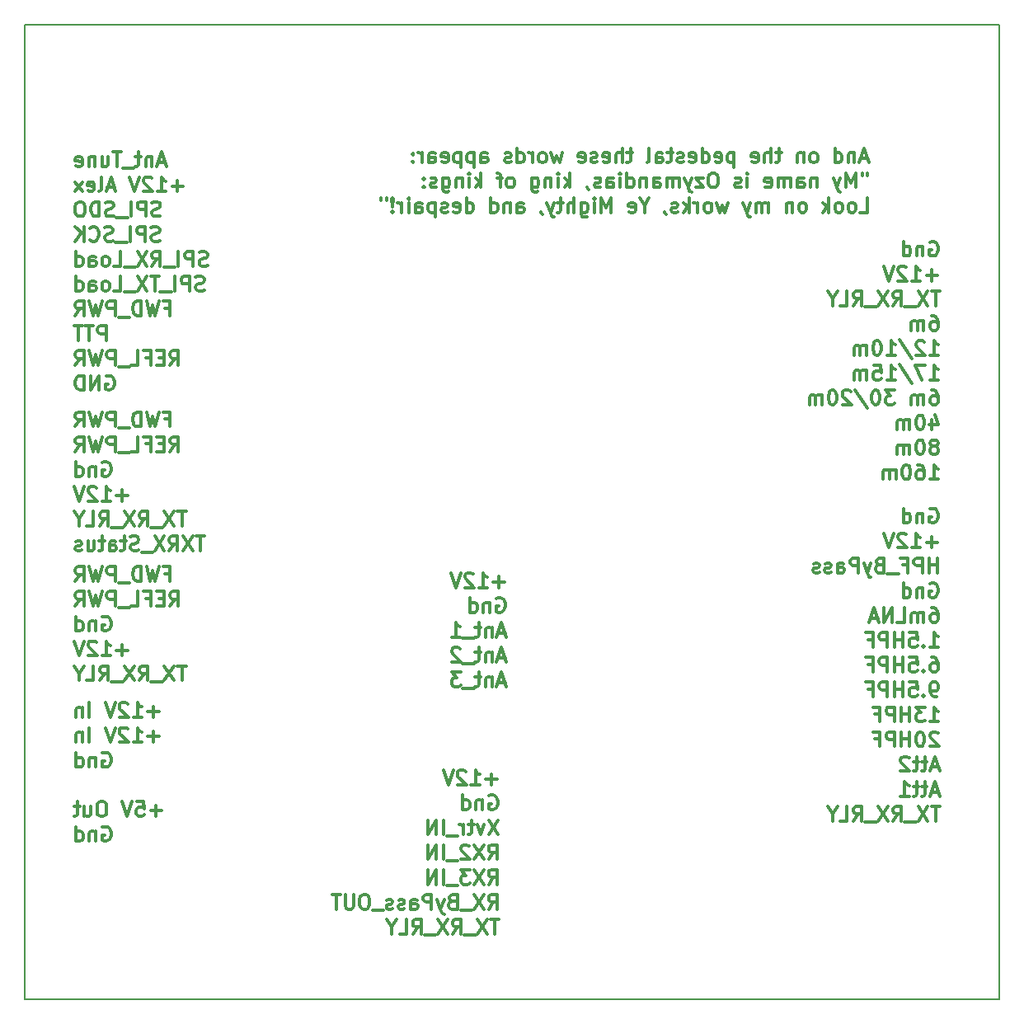
<source format=gbo>
%TF.GenerationSoftware,KiCad,Pcbnew,(5.0.2)-1*%
%TF.CreationDate,2019-03-14T15:40:06+01:00*%
%TF.ProjectId,Alexandrie,416c6578-616e-4647-9269-652e6b696361,rev?*%
%TF.SameCoordinates,Original*%
%TF.FileFunction,Legend,Bot*%
%TF.FilePolarity,Positive*%
%FSLAX46Y46*%
G04 Gerber Fmt 4.6, Leading zero omitted, Abs format (unit mm)*
G04 Created by KiCad (PCBNEW (5.0.2)-1) date 14/03/2019 15:40:06*
%MOMM*%
%LPD*%
G01*
G04 APERTURE LIST*
%ADD10C,0.300000*%
%ADD11C,0.150000*%
G04 APERTURE END LIST*
D10*
X175519285Y-56700000D02*
X174805000Y-56700000D01*
X175662142Y-57128571D02*
X175162142Y-55628571D01*
X174662142Y-57128571D01*
X174162142Y-56128571D02*
X174162142Y-57128571D01*
X174162142Y-56271428D02*
X174090714Y-56200000D01*
X173947857Y-56128571D01*
X173733571Y-56128571D01*
X173590714Y-56200000D01*
X173519285Y-56342857D01*
X173519285Y-57128571D01*
X172162142Y-57128571D02*
X172162142Y-55628571D01*
X172162142Y-57057142D02*
X172305000Y-57128571D01*
X172590714Y-57128571D01*
X172733571Y-57057142D01*
X172805000Y-56985714D01*
X172876428Y-56842857D01*
X172876428Y-56414285D01*
X172805000Y-56271428D01*
X172733571Y-56200000D01*
X172590714Y-56128571D01*
X172305000Y-56128571D01*
X172162142Y-56200000D01*
X170090714Y-57128571D02*
X170233571Y-57057142D01*
X170305000Y-56985714D01*
X170376428Y-56842857D01*
X170376428Y-56414285D01*
X170305000Y-56271428D01*
X170233571Y-56200000D01*
X170090714Y-56128571D01*
X169876428Y-56128571D01*
X169733571Y-56200000D01*
X169662142Y-56271428D01*
X169590714Y-56414285D01*
X169590714Y-56842857D01*
X169662142Y-56985714D01*
X169733571Y-57057142D01*
X169876428Y-57128571D01*
X170090714Y-57128571D01*
X168947857Y-56128571D02*
X168947857Y-57128571D01*
X168947857Y-56271428D02*
X168876428Y-56200000D01*
X168733571Y-56128571D01*
X168519285Y-56128571D01*
X168376428Y-56200000D01*
X168305000Y-56342857D01*
X168305000Y-57128571D01*
X166662142Y-56128571D02*
X166090714Y-56128571D01*
X166447857Y-55628571D02*
X166447857Y-56914285D01*
X166376428Y-57057142D01*
X166233571Y-57128571D01*
X166090714Y-57128571D01*
X165590714Y-57128571D02*
X165590714Y-55628571D01*
X164947857Y-57128571D02*
X164947857Y-56342857D01*
X165019285Y-56200000D01*
X165162142Y-56128571D01*
X165376428Y-56128571D01*
X165519285Y-56200000D01*
X165590714Y-56271428D01*
X163662142Y-57057142D02*
X163805000Y-57128571D01*
X164090714Y-57128571D01*
X164233571Y-57057142D01*
X164305000Y-56914285D01*
X164305000Y-56342857D01*
X164233571Y-56200000D01*
X164090714Y-56128571D01*
X163805000Y-56128571D01*
X163662142Y-56200000D01*
X163590714Y-56342857D01*
X163590714Y-56485714D01*
X164305000Y-56628571D01*
X161805000Y-56128571D02*
X161805000Y-57628571D01*
X161805000Y-56200000D02*
X161662142Y-56128571D01*
X161376428Y-56128571D01*
X161233571Y-56200000D01*
X161162142Y-56271428D01*
X161090714Y-56414285D01*
X161090714Y-56842857D01*
X161162142Y-56985714D01*
X161233571Y-57057142D01*
X161376428Y-57128571D01*
X161662142Y-57128571D01*
X161805000Y-57057142D01*
X159876428Y-57057142D02*
X160019285Y-57128571D01*
X160305000Y-57128571D01*
X160447857Y-57057142D01*
X160519285Y-56914285D01*
X160519285Y-56342857D01*
X160447857Y-56200000D01*
X160305000Y-56128571D01*
X160019285Y-56128571D01*
X159876428Y-56200000D01*
X159805000Y-56342857D01*
X159805000Y-56485714D01*
X160519285Y-56628571D01*
X158519285Y-57128571D02*
X158519285Y-55628571D01*
X158519285Y-57057142D02*
X158662142Y-57128571D01*
X158947857Y-57128571D01*
X159090714Y-57057142D01*
X159162142Y-56985714D01*
X159233571Y-56842857D01*
X159233571Y-56414285D01*
X159162142Y-56271428D01*
X159090714Y-56200000D01*
X158947857Y-56128571D01*
X158662142Y-56128571D01*
X158519285Y-56200000D01*
X157233571Y-57057142D02*
X157376428Y-57128571D01*
X157662142Y-57128571D01*
X157805000Y-57057142D01*
X157876428Y-56914285D01*
X157876428Y-56342857D01*
X157805000Y-56200000D01*
X157662142Y-56128571D01*
X157376428Y-56128571D01*
X157233571Y-56200000D01*
X157162142Y-56342857D01*
X157162142Y-56485714D01*
X157876428Y-56628571D01*
X156590714Y-57057142D02*
X156447857Y-57128571D01*
X156162142Y-57128571D01*
X156019285Y-57057142D01*
X155947857Y-56914285D01*
X155947857Y-56842857D01*
X156019285Y-56700000D01*
X156162142Y-56628571D01*
X156376428Y-56628571D01*
X156519285Y-56557142D01*
X156590714Y-56414285D01*
X156590714Y-56342857D01*
X156519285Y-56200000D01*
X156376428Y-56128571D01*
X156162142Y-56128571D01*
X156019285Y-56200000D01*
X155519285Y-56128571D02*
X154947857Y-56128571D01*
X155305000Y-55628571D02*
X155305000Y-56914285D01*
X155233571Y-57057142D01*
X155090714Y-57128571D01*
X154947857Y-57128571D01*
X153805000Y-57128571D02*
X153805000Y-56342857D01*
X153876428Y-56200000D01*
X154019285Y-56128571D01*
X154305000Y-56128571D01*
X154447857Y-56200000D01*
X153805000Y-57057142D02*
X153947857Y-57128571D01*
X154305000Y-57128571D01*
X154447857Y-57057142D01*
X154519285Y-56914285D01*
X154519285Y-56771428D01*
X154447857Y-56628571D01*
X154305000Y-56557142D01*
X153947857Y-56557142D01*
X153805000Y-56485714D01*
X152876428Y-57128571D02*
X153019285Y-57057142D01*
X153090714Y-56914285D01*
X153090714Y-55628571D01*
X151376428Y-56128571D02*
X150805000Y-56128571D01*
X151162142Y-55628571D02*
X151162142Y-56914285D01*
X151090714Y-57057142D01*
X150947857Y-57128571D01*
X150805000Y-57128571D01*
X150305000Y-57128571D02*
X150305000Y-55628571D01*
X149662142Y-57128571D02*
X149662142Y-56342857D01*
X149733571Y-56200000D01*
X149876428Y-56128571D01*
X150090714Y-56128571D01*
X150233571Y-56200000D01*
X150305000Y-56271428D01*
X148376428Y-57057142D02*
X148519285Y-57128571D01*
X148805000Y-57128571D01*
X148947857Y-57057142D01*
X149019285Y-56914285D01*
X149019285Y-56342857D01*
X148947857Y-56200000D01*
X148805000Y-56128571D01*
X148519285Y-56128571D01*
X148376428Y-56200000D01*
X148305000Y-56342857D01*
X148305000Y-56485714D01*
X149019285Y-56628571D01*
X147733571Y-57057142D02*
X147590714Y-57128571D01*
X147305000Y-57128571D01*
X147162142Y-57057142D01*
X147090714Y-56914285D01*
X147090714Y-56842857D01*
X147162142Y-56700000D01*
X147305000Y-56628571D01*
X147519285Y-56628571D01*
X147662142Y-56557142D01*
X147733571Y-56414285D01*
X147733571Y-56342857D01*
X147662142Y-56200000D01*
X147519285Y-56128571D01*
X147305000Y-56128571D01*
X147162142Y-56200000D01*
X145876428Y-57057142D02*
X146019285Y-57128571D01*
X146305000Y-57128571D01*
X146447857Y-57057142D01*
X146519285Y-56914285D01*
X146519285Y-56342857D01*
X146447857Y-56200000D01*
X146305000Y-56128571D01*
X146019285Y-56128571D01*
X145876428Y-56200000D01*
X145805000Y-56342857D01*
X145805000Y-56485714D01*
X146519285Y-56628571D01*
X144162142Y-56128571D02*
X143876428Y-57128571D01*
X143590714Y-56414285D01*
X143305000Y-57128571D01*
X143019285Y-56128571D01*
X142233571Y-57128571D02*
X142376428Y-57057142D01*
X142447857Y-56985714D01*
X142519285Y-56842857D01*
X142519285Y-56414285D01*
X142447857Y-56271428D01*
X142376428Y-56200000D01*
X142233571Y-56128571D01*
X142019285Y-56128571D01*
X141876428Y-56200000D01*
X141805000Y-56271428D01*
X141733571Y-56414285D01*
X141733571Y-56842857D01*
X141805000Y-56985714D01*
X141876428Y-57057142D01*
X142019285Y-57128571D01*
X142233571Y-57128571D01*
X141090714Y-57128571D02*
X141090714Y-56128571D01*
X141090714Y-56414285D02*
X141019285Y-56271428D01*
X140947857Y-56200000D01*
X140805000Y-56128571D01*
X140662142Y-56128571D01*
X139519285Y-57128571D02*
X139519285Y-55628571D01*
X139519285Y-57057142D02*
X139662142Y-57128571D01*
X139947857Y-57128571D01*
X140090714Y-57057142D01*
X140162142Y-56985714D01*
X140233571Y-56842857D01*
X140233571Y-56414285D01*
X140162142Y-56271428D01*
X140090714Y-56200000D01*
X139947857Y-56128571D01*
X139662142Y-56128571D01*
X139519285Y-56200000D01*
X138876428Y-57057142D02*
X138733571Y-57128571D01*
X138447857Y-57128571D01*
X138305000Y-57057142D01*
X138233571Y-56914285D01*
X138233571Y-56842857D01*
X138305000Y-56700000D01*
X138447857Y-56628571D01*
X138662142Y-56628571D01*
X138805000Y-56557142D01*
X138876428Y-56414285D01*
X138876428Y-56342857D01*
X138805000Y-56200000D01*
X138662142Y-56128571D01*
X138447857Y-56128571D01*
X138305000Y-56200000D01*
X135805000Y-57128571D02*
X135805000Y-56342857D01*
X135876428Y-56200000D01*
X136019285Y-56128571D01*
X136305000Y-56128571D01*
X136447857Y-56200000D01*
X135805000Y-57057142D02*
X135947857Y-57128571D01*
X136305000Y-57128571D01*
X136447857Y-57057142D01*
X136519285Y-56914285D01*
X136519285Y-56771428D01*
X136447857Y-56628571D01*
X136305000Y-56557142D01*
X135947857Y-56557142D01*
X135805000Y-56485714D01*
X135090714Y-56128571D02*
X135090714Y-57628571D01*
X135090714Y-56200000D02*
X134947857Y-56128571D01*
X134662142Y-56128571D01*
X134519285Y-56200000D01*
X134447857Y-56271428D01*
X134376428Y-56414285D01*
X134376428Y-56842857D01*
X134447857Y-56985714D01*
X134519285Y-57057142D01*
X134662142Y-57128571D01*
X134947857Y-57128571D01*
X135090714Y-57057142D01*
X133733571Y-56128571D02*
X133733571Y-57628571D01*
X133733571Y-56200000D02*
X133590714Y-56128571D01*
X133305000Y-56128571D01*
X133162142Y-56200000D01*
X133090714Y-56271428D01*
X133019285Y-56414285D01*
X133019285Y-56842857D01*
X133090714Y-56985714D01*
X133162142Y-57057142D01*
X133305000Y-57128571D01*
X133590714Y-57128571D01*
X133733571Y-57057142D01*
X131805000Y-57057142D02*
X131947857Y-57128571D01*
X132233571Y-57128571D01*
X132376428Y-57057142D01*
X132447857Y-56914285D01*
X132447857Y-56342857D01*
X132376428Y-56200000D01*
X132233571Y-56128571D01*
X131947857Y-56128571D01*
X131805000Y-56200000D01*
X131733571Y-56342857D01*
X131733571Y-56485714D01*
X132447857Y-56628571D01*
X130447857Y-57128571D02*
X130447857Y-56342857D01*
X130519285Y-56200000D01*
X130662142Y-56128571D01*
X130947857Y-56128571D01*
X131090714Y-56200000D01*
X130447857Y-57057142D02*
X130590714Y-57128571D01*
X130947857Y-57128571D01*
X131090714Y-57057142D01*
X131162142Y-56914285D01*
X131162142Y-56771428D01*
X131090714Y-56628571D01*
X130947857Y-56557142D01*
X130590714Y-56557142D01*
X130447857Y-56485714D01*
X129733571Y-57128571D02*
X129733571Y-56128571D01*
X129733571Y-56414285D02*
X129662142Y-56271428D01*
X129590714Y-56200000D01*
X129447857Y-56128571D01*
X129305000Y-56128571D01*
X128805000Y-56985714D02*
X128733571Y-57057142D01*
X128805000Y-57128571D01*
X128876428Y-57057142D01*
X128805000Y-56985714D01*
X128805000Y-57128571D01*
X128805000Y-56200000D02*
X128733571Y-56271428D01*
X128805000Y-56342857D01*
X128876428Y-56271428D01*
X128805000Y-56200000D01*
X128805000Y-56342857D01*
X175519285Y-58178571D02*
X175519285Y-58464285D01*
X174947857Y-58178571D02*
X174947857Y-58464285D01*
X174305000Y-59678571D02*
X174305000Y-58178571D01*
X173805000Y-59250000D01*
X173305000Y-58178571D01*
X173305000Y-59678571D01*
X172733571Y-58678571D02*
X172376428Y-59678571D01*
X172019285Y-58678571D02*
X172376428Y-59678571D01*
X172519285Y-60035714D01*
X172590714Y-60107142D01*
X172733571Y-60178571D01*
X170305000Y-58678571D02*
X170305000Y-59678571D01*
X170305000Y-58821428D02*
X170233571Y-58750000D01*
X170090714Y-58678571D01*
X169876428Y-58678571D01*
X169733571Y-58750000D01*
X169662142Y-58892857D01*
X169662142Y-59678571D01*
X168305000Y-59678571D02*
X168305000Y-58892857D01*
X168376428Y-58750000D01*
X168519285Y-58678571D01*
X168805000Y-58678571D01*
X168947857Y-58750000D01*
X168305000Y-59607142D02*
X168447857Y-59678571D01*
X168805000Y-59678571D01*
X168947857Y-59607142D01*
X169019285Y-59464285D01*
X169019285Y-59321428D01*
X168947857Y-59178571D01*
X168805000Y-59107142D01*
X168447857Y-59107142D01*
X168305000Y-59035714D01*
X167590714Y-59678571D02*
X167590714Y-58678571D01*
X167590714Y-58821428D02*
X167519285Y-58750000D01*
X167376428Y-58678571D01*
X167162142Y-58678571D01*
X167019285Y-58750000D01*
X166947857Y-58892857D01*
X166947857Y-59678571D01*
X166947857Y-58892857D02*
X166876428Y-58750000D01*
X166733571Y-58678571D01*
X166519285Y-58678571D01*
X166376428Y-58750000D01*
X166305000Y-58892857D01*
X166305000Y-59678571D01*
X165019285Y-59607142D02*
X165162142Y-59678571D01*
X165447857Y-59678571D01*
X165590714Y-59607142D01*
X165662142Y-59464285D01*
X165662142Y-58892857D01*
X165590714Y-58750000D01*
X165447857Y-58678571D01*
X165162142Y-58678571D01*
X165019285Y-58750000D01*
X164947857Y-58892857D01*
X164947857Y-59035714D01*
X165662142Y-59178571D01*
X163162142Y-59678571D02*
X163162142Y-58678571D01*
X163162142Y-58178571D02*
X163233571Y-58250000D01*
X163162142Y-58321428D01*
X163090714Y-58250000D01*
X163162142Y-58178571D01*
X163162142Y-58321428D01*
X162519285Y-59607142D02*
X162376428Y-59678571D01*
X162090714Y-59678571D01*
X161947857Y-59607142D01*
X161876428Y-59464285D01*
X161876428Y-59392857D01*
X161947857Y-59250000D01*
X162090714Y-59178571D01*
X162305000Y-59178571D01*
X162447857Y-59107142D01*
X162519285Y-58964285D01*
X162519285Y-58892857D01*
X162447857Y-58750000D01*
X162305000Y-58678571D01*
X162090714Y-58678571D01*
X161947857Y-58750000D01*
X159805000Y-58178571D02*
X159519285Y-58178571D01*
X159376428Y-58250000D01*
X159233571Y-58392857D01*
X159162142Y-58678571D01*
X159162142Y-59178571D01*
X159233571Y-59464285D01*
X159376428Y-59607142D01*
X159519285Y-59678571D01*
X159805000Y-59678571D01*
X159947857Y-59607142D01*
X160090714Y-59464285D01*
X160162142Y-59178571D01*
X160162142Y-58678571D01*
X160090714Y-58392857D01*
X159947857Y-58250000D01*
X159805000Y-58178571D01*
X158662142Y-58678571D02*
X157876428Y-58678571D01*
X158662142Y-59678571D01*
X157876428Y-59678571D01*
X157447857Y-58678571D02*
X157090714Y-59678571D01*
X156733571Y-58678571D02*
X157090714Y-59678571D01*
X157233571Y-60035714D01*
X157305000Y-60107142D01*
X157447857Y-60178571D01*
X156162142Y-59678571D02*
X156162142Y-58678571D01*
X156162142Y-58821428D02*
X156090714Y-58750000D01*
X155947857Y-58678571D01*
X155733571Y-58678571D01*
X155590714Y-58750000D01*
X155519285Y-58892857D01*
X155519285Y-59678571D01*
X155519285Y-58892857D02*
X155447857Y-58750000D01*
X155305000Y-58678571D01*
X155090714Y-58678571D01*
X154947857Y-58750000D01*
X154876428Y-58892857D01*
X154876428Y-59678571D01*
X153519285Y-59678571D02*
X153519285Y-58892857D01*
X153590714Y-58750000D01*
X153733571Y-58678571D01*
X154019285Y-58678571D01*
X154162142Y-58750000D01*
X153519285Y-59607142D02*
X153662142Y-59678571D01*
X154019285Y-59678571D01*
X154162142Y-59607142D01*
X154233571Y-59464285D01*
X154233571Y-59321428D01*
X154162142Y-59178571D01*
X154019285Y-59107142D01*
X153662142Y-59107142D01*
X153519285Y-59035714D01*
X152805000Y-58678571D02*
X152805000Y-59678571D01*
X152805000Y-58821428D02*
X152733571Y-58750000D01*
X152590714Y-58678571D01*
X152376428Y-58678571D01*
X152233571Y-58750000D01*
X152162142Y-58892857D01*
X152162142Y-59678571D01*
X150805000Y-59678571D02*
X150805000Y-58178571D01*
X150805000Y-59607142D02*
X150947857Y-59678571D01*
X151233571Y-59678571D01*
X151376428Y-59607142D01*
X151447857Y-59535714D01*
X151519285Y-59392857D01*
X151519285Y-58964285D01*
X151447857Y-58821428D01*
X151376428Y-58750000D01*
X151233571Y-58678571D01*
X150947857Y-58678571D01*
X150805000Y-58750000D01*
X150090714Y-59678571D02*
X150090714Y-58678571D01*
X150090714Y-58178571D02*
X150162142Y-58250000D01*
X150090714Y-58321428D01*
X150019285Y-58250000D01*
X150090714Y-58178571D01*
X150090714Y-58321428D01*
X148733571Y-59678571D02*
X148733571Y-58892857D01*
X148805000Y-58750000D01*
X148947857Y-58678571D01*
X149233571Y-58678571D01*
X149376428Y-58750000D01*
X148733571Y-59607142D02*
X148876428Y-59678571D01*
X149233571Y-59678571D01*
X149376428Y-59607142D01*
X149447857Y-59464285D01*
X149447857Y-59321428D01*
X149376428Y-59178571D01*
X149233571Y-59107142D01*
X148876428Y-59107142D01*
X148733571Y-59035714D01*
X148090714Y-59607142D02*
X147947857Y-59678571D01*
X147662142Y-59678571D01*
X147519285Y-59607142D01*
X147447857Y-59464285D01*
X147447857Y-59392857D01*
X147519285Y-59250000D01*
X147662142Y-59178571D01*
X147876428Y-59178571D01*
X148019285Y-59107142D01*
X148090714Y-58964285D01*
X148090714Y-58892857D01*
X148019285Y-58750000D01*
X147876428Y-58678571D01*
X147662142Y-58678571D01*
X147519285Y-58750000D01*
X146733571Y-59607142D02*
X146733571Y-59678571D01*
X146805000Y-59821428D01*
X146876428Y-59892857D01*
X144947857Y-59678571D02*
X144947857Y-58178571D01*
X144805000Y-59107142D02*
X144376428Y-59678571D01*
X144376428Y-58678571D02*
X144947857Y-59250000D01*
X143733571Y-59678571D02*
X143733571Y-58678571D01*
X143733571Y-58178571D02*
X143805000Y-58250000D01*
X143733571Y-58321428D01*
X143662142Y-58250000D01*
X143733571Y-58178571D01*
X143733571Y-58321428D01*
X143019285Y-58678571D02*
X143019285Y-59678571D01*
X143019285Y-58821428D02*
X142947857Y-58750000D01*
X142805000Y-58678571D01*
X142590714Y-58678571D01*
X142447857Y-58750000D01*
X142376428Y-58892857D01*
X142376428Y-59678571D01*
X141019285Y-58678571D02*
X141019285Y-59892857D01*
X141090714Y-60035714D01*
X141162142Y-60107142D01*
X141305000Y-60178571D01*
X141519285Y-60178571D01*
X141662142Y-60107142D01*
X141019285Y-59607142D02*
X141162142Y-59678571D01*
X141447857Y-59678571D01*
X141590714Y-59607142D01*
X141662142Y-59535714D01*
X141733571Y-59392857D01*
X141733571Y-58964285D01*
X141662142Y-58821428D01*
X141590714Y-58750000D01*
X141447857Y-58678571D01*
X141162142Y-58678571D01*
X141019285Y-58750000D01*
X138947857Y-59678571D02*
X139090714Y-59607142D01*
X139162142Y-59535714D01*
X139233571Y-59392857D01*
X139233571Y-58964285D01*
X139162142Y-58821428D01*
X139090714Y-58750000D01*
X138947857Y-58678571D01*
X138733571Y-58678571D01*
X138590714Y-58750000D01*
X138519285Y-58821428D01*
X138447857Y-58964285D01*
X138447857Y-59392857D01*
X138519285Y-59535714D01*
X138590714Y-59607142D01*
X138733571Y-59678571D01*
X138947857Y-59678571D01*
X138019285Y-58678571D02*
X137447857Y-58678571D01*
X137805000Y-59678571D02*
X137805000Y-58392857D01*
X137733571Y-58250000D01*
X137590714Y-58178571D01*
X137447857Y-58178571D01*
X135805000Y-59678571D02*
X135805000Y-58178571D01*
X135662142Y-59107142D02*
X135233571Y-59678571D01*
X135233571Y-58678571D02*
X135805000Y-59250000D01*
X134590714Y-59678571D02*
X134590714Y-58678571D01*
X134590714Y-58178571D02*
X134662142Y-58250000D01*
X134590714Y-58321428D01*
X134519285Y-58250000D01*
X134590714Y-58178571D01*
X134590714Y-58321428D01*
X133876428Y-58678571D02*
X133876428Y-59678571D01*
X133876428Y-58821428D02*
X133805000Y-58750000D01*
X133662142Y-58678571D01*
X133447857Y-58678571D01*
X133305000Y-58750000D01*
X133233571Y-58892857D01*
X133233571Y-59678571D01*
X131876428Y-58678571D02*
X131876428Y-59892857D01*
X131947857Y-60035714D01*
X132019285Y-60107142D01*
X132162142Y-60178571D01*
X132376428Y-60178571D01*
X132519285Y-60107142D01*
X131876428Y-59607142D02*
X132019285Y-59678571D01*
X132305000Y-59678571D01*
X132447857Y-59607142D01*
X132519285Y-59535714D01*
X132590714Y-59392857D01*
X132590714Y-58964285D01*
X132519285Y-58821428D01*
X132447857Y-58750000D01*
X132305000Y-58678571D01*
X132019285Y-58678571D01*
X131876428Y-58750000D01*
X131233571Y-59607142D02*
X131090714Y-59678571D01*
X130805000Y-59678571D01*
X130662142Y-59607142D01*
X130590714Y-59464285D01*
X130590714Y-59392857D01*
X130662142Y-59250000D01*
X130805000Y-59178571D01*
X131019285Y-59178571D01*
X131162142Y-59107142D01*
X131233571Y-58964285D01*
X131233571Y-58892857D01*
X131162142Y-58750000D01*
X131019285Y-58678571D01*
X130805000Y-58678571D01*
X130662142Y-58750000D01*
X129947857Y-59535714D02*
X129876428Y-59607142D01*
X129947857Y-59678571D01*
X130019285Y-59607142D01*
X129947857Y-59535714D01*
X129947857Y-59678571D01*
X129947857Y-58750000D02*
X129876428Y-58821428D01*
X129947857Y-58892857D01*
X130019285Y-58821428D01*
X129947857Y-58750000D01*
X129947857Y-58892857D01*
X174733571Y-62228571D02*
X175447857Y-62228571D01*
X175447857Y-60728571D01*
X174019285Y-62228571D02*
X174162142Y-62157142D01*
X174233571Y-62085714D01*
X174305000Y-61942857D01*
X174305000Y-61514285D01*
X174233571Y-61371428D01*
X174162142Y-61300000D01*
X174019285Y-61228571D01*
X173805000Y-61228571D01*
X173662142Y-61300000D01*
X173590714Y-61371428D01*
X173519285Y-61514285D01*
X173519285Y-61942857D01*
X173590714Y-62085714D01*
X173662142Y-62157142D01*
X173805000Y-62228571D01*
X174019285Y-62228571D01*
X172662142Y-62228571D02*
X172805000Y-62157142D01*
X172876428Y-62085714D01*
X172947857Y-61942857D01*
X172947857Y-61514285D01*
X172876428Y-61371428D01*
X172805000Y-61300000D01*
X172662142Y-61228571D01*
X172447857Y-61228571D01*
X172305000Y-61300000D01*
X172233571Y-61371428D01*
X172162142Y-61514285D01*
X172162142Y-61942857D01*
X172233571Y-62085714D01*
X172305000Y-62157142D01*
X172447857Y-62228571D01*
X172662142Y-62228571D01*
X171519285Y-62228571D02*
X171519285Y-60728571D01*
X171376428Y-61657142D02*
X170947857Y-62228571D01*
X170947857Y-61228571D02*
X171519285Y-61800000D01*
X168947857Y-62228571D02*
X169090714Y-62157142D01*
X169162142Y-62085714D01*
X169233571Y-61942857D01*
X169233571Y-61514285D01*
X169162142Y-61371428D01*
X169090714Y-61300000D01*
X168947857Y-61228571D01*
X168733571Y-61228571D01*
X168590714Y-61300000D01*
X168519285Y-61371428D01*
X168447857Y-61514285D01*
X168447857Y-61942857D01*
X168519285Y-62085714D01*
X168590714Y-62157142D01*
X168733571Y-62228571D01*
X168947857Y-62228571D01*
X167805000Y-61228571D02*
X167805000Y-62228571D01*
X167805000Y-61371428D02*
X167733571Y-61300000D01*
X167590714Y-61228571D01*
X167376428Y-61228571D01*
X167233571Y-61300000D01*
X167162142Y-61442857D01*
X167162142Y-62228571D01*
X165305000Y-62228571D02*
X165305000Y-61228571D01*
X165305000Y-61371428D02*
X165233571Y-61300000D01*
X165090714Y-61228571D01*
X164876428Y-61228571D01*
X164733571Y-61300000D01*
X164662142Y-61442857D01*
X164662142Y-62228571D01*
X164662142Y-61442857D02*
X164590714Y-61300000D01*
X164447857Y-61228571D01*
X164233571Y-61228571D01*
X164090714Y-61300000D01*
X164019285Y-61442857D01*
X164019285Y-62228571D01*
X163447857Y-61228571D02*
X163090714Y-62228571D01*
X162733571Y-61228571D02*
X163090714Y-62228571D01*
X163233571Y-62585714D01*
X163305000Y-62657142D01*
X163447857Y-62728571D01*
X161162142Y-61228571D02*
X160876428Y-62228571D01*
X160590714Y-61514285D01*
X160305000Y-62228571D01*
X160019285Y-61228571D01*
X159233571Y-62228571D02*
X159376428Y-62157142D01*
X159447857Y-62085714D01*
X159519285Y-61942857D01*
X159519285Y-61514285D01*
X159447857Y-61371428D01*
X159376428Y-61300000D01*
X159233571Y-61228571D01*
X159019285Y-61228571D01*
X158876428Y-61300000D01*
X158805000Y-61371428D01*
X158733571Y-61514285D01*
X158733571Y-61942857D01*
X158805000Y-62085714D01*
X158876428Y-62157142D01*
X159019285Y-62228571D01*
X159233571Y-62228571D01*
X158090714Y-62228571D02*
X158090714Y-61228571D01*
X158090714Y-61514285D02*
X158019285Y-61371428D01*
X157947857Y-61300000D01*
X157805000Y-61228571D01*
X157662142Y-61228571D01*
X157162142Y-62228571D02*
X157162142Y-60728571D01*
X157019285Y-61657142D02*
X156590714Y-62228571D01*
X156590714Y-61228571D02*
X157162142Y-61800000D01*
X156019285Y-62157142D02*
X155876428Y-62228571D01*
X155590714Y-62228571D01*
X155447857Y-62157142D01*
X155376428Y-62014285D01*
X155376428Y-61942857D01*
X155447857Y-61800000D01*
X155590714Y-61728571D01*
X155805000Y-61728571D01*
X155947857Y-61657142D01*
X156019285Y-61514285D01*
X156019285Y-61442857D01*
X155947857Y-61300000D01*
X155805000Y-61228571D01*
X155590714Y-61228571D01*
X155447857Y-61300000D01*
X154662142Y-62157142D02*
X154662142Y-62228571D01*
X154733571Y-62371428D01*
X154805000Y-62442857D01*
X152590714Y-61514285D02*
X152590714Y-62228571D01*
X153090714Y-60728571D02*
X152590714Y-61514285D01*
X152090714Y-60728571D01*
X151019285Y-62157142D02*
X151162142Y-62228571D01*
X151447857Y-62228571D01*
X151590714Y-62157142D01*
X151662142Y-62014285D01*
X151662142Y-61442857D01*
X151590714Y-61300000D01*
X151447857Y-61228571D01*
X151162142Y-61228571D01*
X151019285Y-61300000D01*
X150947857Y-61442857D01*
X150947857Y-61585714D01*
X151662142Y-61728571D01*
X149162142Y-62228571D02*
X149162142Y-60728571D01*
X148662142Y-61800000D01*
X148162142Y-60728571D01*
X148162142Y-62228571D01*
X147447857Y-62228571D02*
X147447857Y-61228571D01*
X147447857Y-60728571D02*
X147519285Y-60800000D01*
X147447857Y-60871428D01*
X147376428Y-60800000D01*
X147447857Y-60728571D01*
X147447857Y-60871428D01*
X146090714Y-61228571D02*
X146090714Y-62442857D01*
X146162142Y-62585714D01*
X146233571Y-62657142D01*
X146376428Y-62728571D01*
X146590714Y-62728571D01*
X146733571Y-62657142D01*
X146090714Y-62157142D02*
X146233571Y-62228571D01*
X146519285Y-62228571D01*
X146662142Y-62157142D01*
X146733571Y-62085714D01*
X146805000Y-61942857D01*
X146805000Y-61514285D01*
X146733571Y-61371428D01*
X146662142Y-61300000D01*
X146519285Y-61228571D01*
X146233571Y-61228571D01*
X146090714Y-61300000D01*
X145376428Y-62228571D02*
X145376428Y-60728571D01*
X144733571Y-62228571D02*
X144733571Y-61442857D01*
X144805000Y-61300000D01*
X144947857Y-61228571D01*
X145162142Y-61228571D01*
X145305000Y-61300000D01*
X145376428Y-61371428D01*
X144233571Y-61228571D02*
X143662142Y-61228571D01*
X144019285Y-60728571D02*
X144019285Y-62014285D01*
X143947857Y-62157142D01*
X143805000Y-62228571D01*
X143662142Y-62228571D01*
X143305000Y-61228571D02*
X142947857Y-62228571D01*
X142590714Y-61228571D02*
X142947857Y-62228571D01*
X143090714Y-62585714D01*
X143162142Y-62657142D01*
X143305000Y-62728571D01*
X141947857Y-62157142D02*
X141947857Y-62228571D01*
X142019285Y-62371428D01*
X142090714Y-62442857D01*
X139519285Y-62228571D02*
X139519285Y-61442857D01*
X139590714Y-61300000D01*
X139733571Y-61228571D01*
X140019285Y-61228571D01*
X140162142Y-61300000D01*
X139519285Y-62157142D02*
X139662142Y-62228571D01*
X140019285Y-62228571D01*
X140162142Y-62157142D01*
X140233571Y-62014285D01*
X140233571Y-61871428D01*
X140162142Y-61728571D01*
X140019285Y-61657142D01*
X139662142Y-61657142D01*
X139519285Y-61585714D01*
X138805000Y-61228571D02*
X138805000Y-62228571D01*
X138805000Y-61371428D02*
X138733571Y-61300000D01*
X138590714Y-61228571D01*
X138376428Y-61228571D01*
X138233571Y-61300000D01*
X138162142Y-61442857D01*
X138162142Y-62228571D01*
X136805000Y-62228571D02*
X136805000Y-60728571D01*
X136805000Y-62157142D02*
X136947857Y-62228571D01*
X137233571Y-62228571D01*
X137376428Y-62157142D01*
X137447857Y-62085714D01*
X137519285Y-61942857D01*
X137519285Y-61514285D01*
X137447857Y-61371428D01*
X137376428Y-61300000D01*
X137233571Y-61228571D01*
X136947857Y-61228571D01*
X136805000Y-61300000D01*
X134305000Y-62228571D02*
X134305000Y-60728571D01*
X134305000Y-62157142D02*
X134447857Y-62228571D01*
X134733571Y-62228571D01*
X134876428Y-62157142D01*
X134947857Y-62085714D01*
X135019285Y-61942857D01*
X135019285Y-61514285D01*
X134947857Y-61371428D01*
X134876428Y-61300000D01*
X134733571Y-61228571D01*
X134447857Y-61228571D01*
X134305000Y-61300000D01*
X133019285Y-62157142D02*
X133162142Y-62228571D01*
X133447857Y-62228571D01*
X133590714Y-62157142D01*
X133662142Y-62014285D01*
X133662142Y-61442857D01*
X133590714Y-61300000D01*
X133447857Y-61228571D01*
X133162142Y-61228571D01*
X133019285Y-61300000D01*
X132947857Y-61442857D01*
X132947857Y-61585714D01*
X133662142Y-61728571D01*
X132376428Y-62157142D02*
X132233571Y-62228571D01*
X131947857Y-62228571D01*
X131805000Y-62157142D01*
X131733571Y-62014285D01*
X131733571Y-61942857D01*
X131805000Y-61800000D01*
X131947857Y-61728571D01*
X132162142Y-61728571D01*
X132305000Y-61657142D01*
X132376428Y-61514285D01*
X132376428Y-61442857D01*
X132305000Y-61300000D01*
X132162142Y-61228571D01*
X131947857Y-61228571D01*
X131805000Y-61300000D01*
X131090714Y-61228571D02*
X131090714Y-62728571D01*
X131090714Y-61300000D02*
X130947857Y-61228571D01*
X130662142Y-61228571D01*
X130519285Y-61300000D01*
X130447857Y-61371428D01*
X130376428Y-61514285D01*
X130376428Y-61942857D01*
X130447857Y-62085714D01*
X130519285Y-62157142D01*
X130662142Y-62228571D01*
X130947857Y-62228571D01*
X131090714Y-62157142D01*
X129090714Y-62228571D02*
X129090714Y-61442857D01*
X129162142Y-61300000D01*
X129305000Y-61228571D01*
X129590714Y-61228571D01*
X129733571Y-61300000D01*
X129090714Y-62157142D02*
X129233571Y-62228571D01*
X129590714Y-62228571D01*
X129733571Y-62157142D01*
X129805000Y-62014285D01*
X129805000Y-61871428D01*
X129733571Y-61728571D01*
X129590714Y-61657142D01*
X129233571Y-61657142D01*
X129090714Y-61585714D01*
X128376428Y-62228571D02*
X128376428Y-61228571D01*
X128376428Y-60728571D02*
X128447857Y-60800000D01*
X128376428Y-60871428D01*
X128305000Y-60800000D01*
X128376428Y-60728571D01*
X128376428Y-60871428D01*
X127662142Y-62228571D02*
X127662142Y-61228571D01*
X127662142Y-61514285D02*
X127590714Y-61371428D01*
X127519285Y-61300000D01*
X127376428Y-61228571D01*
X127233571Y-61228571D01*
X126733571Y-62085714D02*
X126662142Y-62157142D01*
X126733571Y-62228571D01*
X126805000Y-62157142D01*
X126733571Y-62085714D01*
X126733571Y-62228571D01*
X126733571Y-61657142D02*
X126805000Y-60800000D01*
X126733571Y-60728571D01*
X126662142Y-60800000D01*
X126733571Y-61657142D01*
X126733571Y-60728571D01*
X126090714Y-60728571D02*
X126090714Y-61014285D01*
X125519285Y-60728571D02*
X125519285Y-61014285D01*
D11*
X189000000Y-43000000D02*
X89000000Y-43000000D01*
X189000000Y-143000000D02*
X189000000Y-43000000D01*
X89000000Y-143000000D02*
X189000000Y-143000000D01*
X89000000Y-143000000D02*
X89000000Y-142000000D01*
X89000000Y-43000000D02*
X89000000Y-44000000D01*
X89000000Y-44000000D02*
X89000000Y-142000000D01*
D10*
X103380000Y-57115000D02*
X102665714Y-57115000D01*
X103522857Y-57543571D02*
X103022857Y-56043571D01*
X102522857Y-57543571D01*
X102022857Y-56543571D02*
X102022857Y-57543571D01*
X102022857Y-56686428D02*
X101951428Y-56615000D01*
X101808571Y-56543571D01*
X101594285Y-56543571D01*
X101451428Y-56615000D01*
X101380000Y-56757857D01*
X101380000Y-57543571D01*
X100880000Y-56543571D02*
X100308571Y-56543571D01*
X100665714Y-56043571D02*
X100665714Y-57329285D01*
X100594285Y-57472142D01*
X100451428Y-57543571D01*
X100308571Y-57543571D01*
X100165714Y-57686428D02*
X99022857Y-57686428D01*
X98880000Y-56043571D02*
X98022857Y-56043571D01*
X98451428Y-57543571D02*
X98451428Y-56043571D01*
X96880000Y-56543571D02*
X96880000Y-57543571D01*
X97522857Y-56543571D02*
X97522857Y-57329285D01*
X97451428Y-57472142D01*
X97308571Y-57543571D01*
X97094285Y-57543571D01*
X96951428Y-57472142D01*
X96880000Y-57400714D01*
X96165714Y-56543571D02*
X96165714Y-57543571D01*
X96165714Y-56686428D02*
X96094285Y-56615000D01*
X95951428Y-56543571D01*
X95737142Y-56543571D01*
X95594285Y-56615000D01*
X95522857Y-56757857D01*
X95522857Y-57543571D01*
X94237142Y-57472142D02*
X94380000Y-57543571D01*
X94665714Y-57543571D01*
X94808571Y-57472142D01*
X94880000Y-57329285D01*
X94880000Y-56757857D01*
X94808571Y-56615000D01*
X94665714Y-56543571D01*
X94380000Y-56543571D01*
X94237142Y-56615000D01*
X94165714Y-56757857D01*
X94165714Y-56900714D01*
X94880000Y-57043571D01*
X105237142Y-59522142D02*
X104094285Y-59522142D01*
X104665714Y-60093571D02*
X104665714Y-58950714D01*
X102594285Y-60093571D02*
X103451428Y-60093571D01*
X103022857Y-60093571D02*
X103022857Y-58593571D01*
X103165714Y-58807857D01*
X103308571Y-58950714D01*
X103451428Y-59022142D01*
X102022857Y-58736428D02*
X101951428Y-58665000D01*
X101808571Y-58593571D01*
X101451428Y-58593571D01*
X101308571Y-58665000D01*
X101237142Y-58736428D01*
X101165714Y-58879285D01*
X101165714Y-59022142D01*
X101237142Y-59236428D01*
X102094285Y-60093571D01*
X101165714Y-60093571D01*
X100737142Y-58593571D02*
X100237142Y-60093571D01*
X99737142Y-58593571D01*
X98165714Y-59665000D02*
X97451428Y-59665000D01*
X98308571Y-60093571D02*
X97808571Y-58593571D01*
X97308571Y-60093571D01*
X96594285Y-60093571D02*
X96737142Y-60022142D01*
X96808571Y-59879285D01*
X96808571Y-58593571D01*
X95451428Y-60022142D02*
X95594285Y-60093571D01*
X95880000Y-60093571D01*
X96022857Y-60022142D01*
X96094285Y-59879285D01*
X96094285Y-59307857D01*
X96022857Y-59165000D01*
X95880000Y-59093571D01*
X95594285Y-59093571D01*
X95451428Y-59165000D01*
X95380000Y-59307857D01*
X95380000Y-59450714D01*
X96094285Y-59593571D01*
X94880000Y-60093571D02*
X94094285Y-59093571D01*
X94880000Y-59093571D02*
X94094285Y-60093571D01*
X102880000Y-62572142D02*
X102665714Y-62643571D01*
X102308571Y-62643571D01*
X102165714Y-62572142D01*
X102094285Y-62500714D01*
X102022857Y-62357857D01*
X102022857Y-62215000D01*
X102094285Y-62072142D01*
X102165714Y-62000714D01*
X102308571Y-61929285D01*
X102594285Y-61857857D01*
X102737142Y-61786428D01*
X102808571Y-61715000D01*
X102880000Y-61572142D01*
X102880000Y-61429285D01*
X102808571Y-61286428D01*
X102737142Y-61215000D01*
X102594285Y-61143571D01*
X102237142Y-61143571D01*
X102022857Y-61215000D01*
X101380000Y-62643571D02*
X101380000Y-61143571D01*
X100808571Y-61143571D01*
X100665714Y-61215000D01*
X100594285Y-61286428D01*
X100522857Y-61429285D01*
X100522857Y-61643571D01*
X100594285Y-61786428D01*
X100665714Y-61857857D01*
X100808571Y-61929285D01*
X101380000Y-61929285D01*
X99880000Y-62643571D02*
X99880000Y-61143571D01*
X99522857Y-62786428D02*
X98380000Y-62786428D01*
X98094285Y-62572142D02*
X97880000Y-62643571D01*
X97522857Y-62643571D01*
X97380000Y-62572142D01*
X97308571Y-62500714D01*
X97237142Y-62357857D01*
X97237142Y-62215000D01*
X97308571Y-62072142D01*
X97380000Y-62000714D01*
X97522857Y-61929285D01*
X97808571Y-61857857D01*
X97951428Y-61786428D01*
X98022857Y-61715000D01*
X98094285Y-61572142D01*
X98094285Y-61429285D01*
X98022857Y-61286428D01*
X97951428Y-61215000D01*
X97808571Y-61143571D01*
X97451428Y-61143571D01*
X97237142Y-61215000D01*
X96594285Y-62643571D02*
X96594285Y-61143571D01*
X96237142Y-61143571D01*
X96022857Y-61215000D01*
X95880000Y-61357857D01*
X95808571Y-61500714D01*
X95737142Y-61786428D01*
X95737142Y-62000714D01*
X95808571Y-62286428D01*
X95880000Y-62429285D01*
X96022857Y-62572142D01*
X96237142Y-62643571D01*
X96594285Y-62643571D01*
X94808571Y-61143571D02*
X94522857Y-61143571D01*
X94380000Y-61215000D01*
X94237142Y-61357857D01*
X94165714Y-61643571D01*
X94165714Y-62143571D01*
X94237142Y-62429285D01*
X94380000Y-62572142D01*
X94522857Y-62643571D01*
X94808571Y-62643571D01*
X94951428Y-62572142D01*
X95094285Y-62429285D01*
X95165714Y-62143571D01*
X95165714Y-61643571D01*
X95094285Y-61357857D01*
X94951428Y-61215000D01*
X94808571Y-61143571D01*
X102808571Y-65122142D02*
X102594285Y-65193571D01*
X102237142Y-65193571D01*
X102094285Y-65122142D01*
X102022857Y-65050714D01*
X101951428Y-64907857D01*
X101951428Y-64765000D01*
X102022857Y-64622142D01*
X102094285Y-64550714D01*
X102237142Y-64479285D01*
X102522857Y-64407857D01*
X102665714Y-64336428D01*
X102737142Y-64265000D01*
X102808571Y-64122142D01*
X102808571Y-63979285D01*
X102737142Y-63836428D01*
X102665714Y-63765000D01*
X102522857Y-63693571D01*
X102165714Y-63693571D01*
X101951428Y-63765000D01*
X101308571Y-65193571D02*
X101308571Y-63693571D01*
X100737142Y-63693571D01*
X100594285Y-63765000D01*
X100522857Y-63836428D01*
X100451428Y-63979285D01*
X100451428Y-64193571D01*
X100522857Y-64336428D01*
X100594285Y-64407857D01*
X100737142Y-64479285D01*
X101308571Y-64479285D01*
X99808571Y-65193571D02*
X99808571Y-63693571D01*
X99451428Y-65336428D02*
X98308571Y-65336428D01*
X98022857Y-65122142D02*
X97808571Y-65193571D01*
X97451428Y-65193571D01*
X97308571Y-65122142D01*
X97237142Y-65050714D01*
X97165714Y-64907857D01*
X97165714Y-64765000D01*
X97237142Y-64622142D01*
X97308571Y-64550714D01*
X97451428Y-64479285D01*
X97737142Y-64407857D01*
X97880000Y-64336428D01*
X97951428Y-64265000D01*
X98022857Y-64122142D01*
X98022857Y-63979285D01*
X97951428Y-63836428D01*
X97880000Y-63765000D01*
X97737142Y-63693571D01*
X97380000Y-63693571D01*
X97165714Y-63765000D01*
X95665714Y-65050714D02*
X95737142Y-65122142D01*
X95951428Y-65193571D01*
X96094285Y-65193571D01*
X96308571Y-65122142D01*
X96451428Y-64979285D01*
X96522857Y-64836428D01*
X96594285Y-64550714D01*
X96594285Y-64336428D01*
X96522857Y-64050714D01*
X96451428Y-63907857D01*
X96308571Y-63765000D01*
X96094285Y-63693571D01*
X95951428Y-63693571D01*
X95737142Y-63765000D01*
X95665714Y-63836428D01*
X95022857Y-65193571D02*
X95022857Y-63693571D01*
X94165714Y-65193571D02*
X94808571Y-64336428D01*
X94165714Y-63693571D02*
X95022857Y-64550714D01*
X107737142Y-67672142D02*
X107522857Y-67743571D01*
X107165714Y-67743571D01*
X107022857Y-67672142D01*
X106951428Y-67600714D01*
X106880000Y-67457857D01*
X106880000Y-67315000D01*
X106951428Y-67172142D01*
X107022857Y-67100714D01*
X107165714Y-67029285D01*
X107451428Y-66957857D01*
X107594285Y-66886428D01*
X107665714Y-66815000D01*
X107737142Y-66672142D01*
X107737142Y-66529285D01*
X107665714Y-66386428D01*
X107594285Y-66315000D01*
X107451428Y-66243571D01*
X107094285Y-66243571D01*
X106880000Y-66315000D01*
X106237142Y-67743571D02*
X106237142Y-66243571D01*
X105665714Y-66243571D01*
X105522857Y-66315000D01*
X105451428Y-66386428D01*
X105380000Y-66529285D01*
X105380000Y-66743571D01*
X105451428Y-66886428D01*
X105522857Y-66957857D01*
X105665714Y-67029285D01*
X106237142Y-67029285D01*
X104737142Y-67743571D02*
X104737142Y-66243571D01*
X104380000Y-67886428D02*
X103237142Y-67886428D01*
X102022857Y-67743571D02*
X102522857Y-67029285D01*
X102880000Y-67743571D02*
X102880000Y-66243571D01*
X102308571Y-66243571D01*
X102165714Y-66315000D01*
X102094285Y-66386428D01*
X102022857Y-66529285D01*
X102022857Y-66743571D01*
X102094285Y-66886428D01*
X102165714Y-66957857D01*
X102308571Y-67029285D01*
X102880000Y-67029285D01*
X101522857Y-66243571D02*
X100522857Y-67743571D01*
X100522857Y-66243571D02*
X101522857Y-67743571D01*
X100308571Y-67886428D02*
X99165714Y-67886428D01*
X98094285Y-67743571D02*
X98808571Y-67743571D01*
X98808571Y-66243571D01*
X97380000Y-67743571D02*
X97522857Y-67672142D01*
X97594285Y-67600714D01*
X97665714Y-67457857D01*
X97665714Y-67029285D01*
X97594285Y-66886428D01*
X97522857Y-66815000D01*
X97380000Y-66743571D01*
X97165714Y-66743571D01*
X97022857Y-66815000D01*
X96951428Y-66886428D01*
X96880000Y-67029285D01*
X96880000Y-67457857D01*
X96951428Y-67600714D01*
X97022857Y-67672142D01*
X97165714Y-67743571D01*
X97380000Y-67743571D01*
X95594285Y-67743571D02*
X95594285Y-66957857D01*
X95665714Y-66815000D01*
X95808571Y-66743571D01*
X96094285Y-66743571D01*
X96237142Y-66815000D01*
X95594285Y-67672142D02*
X95737142Y-67743571D01*
X96094285Y-67743571D01*
X96237142Y-67672142D01*
X96308571Y-67529285D01*
X96308571Y-67386428D01*
X96237142Y-67243571D01*
X96094285Y-67172142D01*
X95737142Y-67172142D01*
X95594285Y-67100714D01*
X94237142Y-67743571D02*
X94237142Y-66243571D01*
X94237142Y-67672142D02*
X94380000Y-67743571D01*
X94665714Y-67743571D01*
X94808571Y-67672142D01*
X94880000Y-67600714D01*
X94951428Y-67457857D01*
X94951428Y-67029285D01*
X94880000Y-66886428D01*
X94808571Y-66815000D01*
X94665714Y-66743571D01*
X94380000Y-66743571D01*
X94237142Y-66815000D01*
X107380000Y-70222142D02*
X107165714Y-70293571D01*
X106808571Y-70293571D01*
X106665714Y-70222142D01*
X106594285Y-70150714D01*
X106522857Y-70007857D01*
X106522857Y-69865000D01*
X106594285Y-69722142D01*
X106665714Y-69650714D01*
X106808571Y-69579285D01*
X107094285Y-69507857D01*
X107237142Y-69436428D01*
X107308571Y-69365000D01*
X107380000Y-69222142D01*
X107380000Y-69079285D01*
X107308571Y-68936428D01*
X107237142Y-68865000D01*
X107094285Y-68793571D01*
X106737142Y-68793571D01*
X106522857Y-68865000D01*
X105880000Y-70293571D02*
X105880000Y-68793571D01*
X105308571Y-68793571D01*
X105165714Y-68865000D01*
X105094285Y-68936428D01*
X105022857Y-69079285D01*
X105022857Y-69293571D01*
X105094285Y-69436428D01*
X105165714Y-69507857D01*
X105308571Y-69579285D01*
X105880000Y-69579285D01*
X104380000Y-70293571D02*
X104380000Y-68793571D01*
X104022857Y-70436428D02*
X102880000Y-70436428D01*
X102737142Y-68793571D02*
X101880000Y-68793571D01*
X102308571Y-70293571D02*
X102308571Y-68793571D01*
X101522857Y-68793571D02*
X100522857Y-70293571D01*
X100522857Y-68793571D02*
X101522857Y-70293571D01*
X100308571Y-70436428D02*
X99165714Y-70436428D01*
X98094285Y-70293571D02*
X98808571Y-70293571D01*
X98808571Y-68793571D01*
X97380000Y-70293571D02*
X97522857Y-70222142D01*
X97594285Y-70150714D01*
X97665714Y-70007857D01*
X97665714Y-69579285D01*
X97594285Y-69436428D01*
X97522857Y-69365000D01*
X97380000Y-69293571D01*
X97165714Y-69293571D01*
X97022857Y-69365000D01*
X96951428Y-69436428D01*
X96880000Y-69579285D01*
X96880000Y-70007857D01*
X96951428Y-70150714D01*
X97022857Y-70222142D01*
X97165714Y-70293571D01*
X97380000Y-70293571D01*
X95594285Y-70293571D02*
X95594285Y-69507857D01*
X95665714Y-69365000D01*
X95808571Y-69293571D01*
X96094285Y-69293571D01*
X96237142Y-69365000D01*
X95594285Y-70222142D02*
X95737142Y-70293571D01*
X96094285Y-70293571D01*
X96237142Y-70222142D01*
X96308571Y-70079285D01*
X96308571Y-69936428D01*
X96237142Y-69793571D01*
X96094285Y-69722142D01*
X95737142Y-69722142D01*
X95594285Y-69650714D01*
X94237142Y-70293571D02*
X94237142Y-68793571D01*
X94237142Y-70222142D02*
X94380000Y-70293571D01*
X94665714Y-70293571D01*
X94808571Y-70222142D01*
X94880000Y-70150714D01*
X94951428Y-70007857D01*
X94951428Y-69579285D01*
X94880000Y-69436428D01*
X94808571Y-69365000D01*
X94665714Y-69293571D01*
X94380000Y-69293571D01*
X94237142Y-69365000D01*
X103380000Y-72057857D02*
X103880000Y-72057857D01*
X103880000Y-72843571D02*
X103880000Y-71343571D01*
X103165714Y-71343571D01*
X102737142Y-71343571D02*
X102380000Y-72843571D01*
X102094285Y-71772142D01*
X101808571Y-72843571D01*
X101451428Y-71343571D01*
X100880000Y-72843571D02*
X100880000Y-71343571D01*
X100522857Y-71343571D01*
X100308571Y-71415000D01*
X100165714Y-71557857D01*
X100094285Y-71700714D01*
X100022857Y-71986428D01*
X100022857Y-72200714D01*
X100094285Y-72486428D01*
X100165714Y-72629285D01*
X100308571Y-72772142D01*
X100522857Y-72843571D01*
X100880000Y-72843571D01*
X99737142Y-72986428D02*
X98594285Y-72986428D01*
X98237142Y-72843571D02*
X98237142Y-71343571D01*
X97665714Y-71343571D01*
X97522857Y-71415000D01*
X97451428Y-71486428D01*
X97380000Y-71629285D01*
X97380000Y-71843571D01*
X97451428Y-71986428D01*
X97522857Y-72057857D01*
X97665714Y-72129285D01*
X98237142Y-72129285D01*
X96880000Y-71343571D02*
X96522857Y-72843571D01*
X96237142Y-71772142D01*
X95951428Y-72843571D01*
X95594285Y-71343571D01*
X94165714Y-72843571D02*
X94665714Y-72129285D01*
X95022857Y-72843571D02*
X95022857Y-71343571D01*
X94451428Y-71343571D01*
X94308571Y-71415000D01*
X94237142Y-71486428D01*
X94165714Y-71629285D01*
X94165714Y-71843571D01*
X94237142Y-71986428D01*
X94308571Y-72057857D01*
X94451428Y-72129285D01*
X95022857Y-72129285D01*
X97308571Y-75393571D02*
X97308571Y-73893571D01*
X96737142Y-73893571D01*
X96594285Y-73965000D01*
X96522857Y-74036428D01*
X96451428Y-74179285D01*
X96451428Y-74393571D01*
X96522857Y-74536428D01*
X96594285Y-74607857D01*
X96737142Y-74679285D01*
X97308571Y-74679285D01*
X96022857Y-73893571D02*
X95165714Y-73893571D01*
X95594285Y-75393571D02*
X95594285Y-73893571D01*
X94880000Y-73893571D02*
X94022857Y-73893571D01*
X94451428Y-75393571D02*
X94451428Y-73893571D01*
X103880000Y-77943571D02*
X104380000Y-77229285D01*
X104737142Y-77943571D02*
X104737142Y-76443571D01*
X104165714Y-76443571D01*
X104022857Y-76515000D01*
X103951428Y-76586428D01*
X103880000Y-76729285D01*
X103880000Y-76943571D01*
X103951428Y-77086428D01*
X104022857Y-77157857D01*
X104165714Y-77229285D01*
X104737142Y-77229285D01*
X103237142Y-77157857D02*
X102737142Y-77157857D01*
X102522857Y-77943571D02*
X103237142Y-77943571D01*
X103237142Y-76443571D01*
X102522857Y-76443571D01*
X101380000Y-77157857D02*
X101880000Y-77157857D01*
X101880000Y-77943571D02*
X101880000Y-76443571D01*
X101165714Y-76443571D01*
X99880000Y-77943571D02*
X100594285Y-77943571D01*
X100594285Y-76443571D01*
X99737142Y-78086428D02*
X98594285Y-78086428D01*
X98237142Y-77943571D02*
X98237142Y-76443571D01*
X97665714Y-76443571D01*
X97522857Y-76515000D01*
X97451428Y-76586428D01*
X97380000Y-76729285D01*
X97380000Y-76943571D01*
X97451428Y-77086428D01*
X97522857Y-77157857D01*
X97665714Y-77229285D01*
X98237142Y-77229285D01*
X96880000Y-76443571D02*
X96522857Y-77943571D01*
X96237142Y-76872142D01*
X95951428Y-77943571D01*
X95594285Y-76443571D01*
X94165714Y-77943571D02*
X94665714Y-77229285D01*
X95022857Y-77943571D02*
X95022857Y-76443571D01*
X94451428Y-76443571D01*
X94308571Y-76515000D01*
X94237142Y-76586428D01*
X94165714Y-76729285D01*
X94165714Y-76943571D01*
X94237142Y-77086428D01*
X94308571Y-77157857D01*
X94451428Y-77229285D01*
X95022857Y-77229285D01*
X97308571Y-79065000D02*
X97451428Y-78993571D01*
X97665714Y-78993571D01*
X97880000Y-79065000D01*
X98022857Y-79207857D01*
X98094285Y-79350714D01*
X98165714Y-79636428D01*
X98165714Y-79850714D01*
X98094285Y-80136428D01*
X98022857Y-80279285D01*
X97880000Y-80422142D01*
X97665714Y-80493571D01*
X97522857Y-80493571D01*
X97308571Y-80422142D01*
X97237142Y-80350714D01*
X97237142Y-79850714D01*
X97522857Y-79850714D01*
X96594285Y-80493571D02*
X96594285Y-78993571D01*
X95737142Y-80493571D01*
X95737142Y-78993571D01*
X95022857Y-80493571D02*
X95022857Y-78993571D01*
X94665714Y-78993571D01*
X94451428Y-79065000D01*
X94308571Y-79207857D01*
X94237142Y-79350714D01*
X94165714Y-79636428D01*
X94165714Y-79850714D01*
X94237142Y-80136428D01*
X94308571Y-80279285D01*
X94451428Y-80422142D01*
X94665714Y-80493571D01*
X95022857Y-80493571D01*
X103380000Y-83447857D02*
X103880000Y-83447857D01*
X103880000Y-84233571D02*
X103880000Y-82733571D01*
X103165714Y-82733571D01*
X102737142Y-82733571D02*
X102380000Y-84233571D01*
X102094285Y-83162142D01*
X101808571Y-84233571D01*
X101451428Y-82733571D01*
X100880000Y-84233571D02*
X100880000Y-82733571D01*
X100522857Y-82733571D01*
X100308571Y-82805000D01*
X100165714Y-82947857D01*
X100094285Y-83090714D01*
X100022857Y-83376428D01*
X100022857Y-83590714D01*
X100094285Y-83876428D01*
X100165714Y-84019285D01*
X100308571Y-84162142D01*
X100522857Y-84233571D01*
X100880000Y-84233571D01*
X99737142Y-84376428D02*
X98594285Y-84376428D01*
X98237142Y-84233571D02*
X98237142Y-82733571D01*
X97665714Y-82733571D01*
X97522857Y-82805000D01*
X97451428Y-82876428D01*
X97380000Y-83019285D01*
X97380000Y-83233571D01*
X97451428Y-83376428D01*
X97522857Y-83447857D01*
X97665714Y-83519285D01*
X98237142Y-83519285D01*
X96880000Y-82733571D02*
X96522857Y-84233571D01*
X96237142Y-83162142D01*
X95951428Y-84233571D01*
X95594285Y-82733571D01*
X94165714Y-84233571D02*
X94665714Y-83519285D01*
X95022857Y-84233571D02*
X95022857Y-82733571D01*
X94451428Y-82733571D01*
X94308571Y-82805000D01*
X94237142Y-82876428D01*
X94165714Y-83019285D01*
X94165714Y-83233571D01*
X94237142Y-83376428D01*
X94308571Y-83447857D01*
X94451428Y-83519285D01*
X95022857Y-83519285D01*
X103880000Y-86783571D02*
X104380000Y-86069285D01*
X104737142Y-86783571D02*
X104737142Y-85283571D01*
X104165714Y-85283571D01*
X104022857Y-85355000D01*
X103951428Y-85426428D01*
X103880000Y-85569285D01*
X103880000Y-85783571D01*
X103951428Y-85926428D01*
X104022857Y-85997857D01*
X104165714Y-86069285D01*
X104737142Y-86069285D01*
X103237142Y-85997857D02*
X102737142Y-85997857D01*
X102522857Y-86783571D02*
X103237142Y-86783571D01*
X103237142Y-85283571D01*
X102522857Y-85283571D01*
X101380000Y-85997857D02*
X101880000Y-85997857D01*
X101880000Y-86783571D02*
X101880000Y-85283571D01*
X101165714Y-85283571D01*
X99880000Y-86783571D02*
X100594285Y-86783571D01*
X100594285Y-85283571D01*
X99737142Y-86926428D02*
X98594285Y-86926428D01*
X98237142Y-86783571D02*
X98237142Y-85283571D01*
X97665714Y-85283571D01*
X97522857Y-85355000D01*
X97451428Y-85426428D01*
X97380000Y-85569285D01*
X97380000Y-85783571D01*
X97451428Y-85926428D01*
X97522857Y-85997857D01*
X97665714Y-86069285D01*
X98237142Y-86069285D01*
X96880000Y-85283571D02*
X96522857Y-86783571D01*
X96237142Y-85712142D01*
X95951428Y-86783571D01*
X95594285Y-85283571D01*
X94165714Y-86783571D02*
X94665714Y-86069285D01*
X95022857Y-86783571D02*
X95022857Y-85283571D01*
X94451428Y-85283571D01*
X94308571Y-85355000D01*
X94237142Y-85426428D01*
X94165714Y-85569285D01*
X94165714Y-85783571D01*
X94237142Y-85926428D01*
X94308571Y-85997857D01*
X94451428Y-86069285D01*
X95022857Y-86069285D01*
X96951428Y-87905000D02*
X97094285Y-87833571D01*
X97308571Y-87833571D01*
X97522857Y-87905000D01*
X97665714Y-88047857D01*
X97737142Y-88190714D01*
X97808571Y-88476428D01*
X97808571Y-88690714D01*
X97737142Y-88976428D01*
X97665714Y-89119285D01*
X97522857Y-89262142D01*
X97308571Y-89333571D01*
X97165714Y-89333571D01*
X96951428Y-89262142D01*
X96880000Y-89190714D01*
X96880000Y-88690714D01*
X97165714Y-88690714D01*
X96237142Y-88333571D02*
X96237142Y-89333571D01*
X96237142Y-88476428D02*
X96165714Y-88405000D01*
X96022857Y-88333571D01*
X95808571Y-88333571D01*
X95665714Y-88405000D01*
X95594285Y-88547857D01*
X95594285Y-89333571D01*
X94237142Y-89333571D02*
X94237142Y-87833571D01*
X94237142Y-89262142D02*
X94380000Y-89333571D01*
X94665714Y-89333571D01*
X94808571Y-89262142D01*
X94880000Y-89190714D01*
X94951428Y-89047857D01*
X94951428Y-88619285D01*
X94880000Y-88476428D01*
X94808571Y-88405000D01*
X94665714Y-88333571D01*
X94380000Y-88333571D01*
X94237142Y-88405000D01*
X99522857Y-91312142D02*
X98380000Y-91312142D01*
X98951428Y-91883571D02*
X98951428Y-90740714D01*
X96880000Y-91883571D02*
X97737142Y-91883571D01*
X97308571Y-91883571D02*
X97308571Y-90383571D01*
X97451428Y-90597857D01*
X97594285Y-90740714D01*
X97737142Y-90812142D01*
X96308571Y-90526428D02*
X96237142Y-90455000D01*
X96094285Y-90383571D01*
X95737142Y-90383571D01*
X95594285Y-90455000D01*
X95522857Y-90526428D01*
X95451428Y-90669285D01*
X95451428Y-90812142D01*
X95522857Y-91026428D01*
X96380000Y-91883571D01*
X95451428Y-91883571D01*
X95022857Y-90383571D02*
X94522857Y-91883571D01*
X94022857Y-90383571D01*
X105522857Y-92933571D02*
X104665714Y-92933571D01*
X105094285Y-94433571D02*
X105094285Y-92933571D01*
X104308571Y-92933571D02*
X103308571Y-94433571D01*
X103308571Y-92933571D02*
X104308571Y-94433571D01*
X103094285Y-94576428D02*
X101951428Y-94576428D01*
X100737142Y-94433571D02*
X101237142Y-93719285D01*
X101594285Y-94433571D02*
X101594285Y-92933571D01*
X101022857Y-92933571D01*
X100880000Y-93005000D01*
X100808571Y-93076428D01*
X100737142Y-93219285D01*
X100737142Y-93433571D01*
X100808571Y-93576428D01*
X100880000Y-93647857D01*
X101022857Y-93719285D01*
X101594285Y-93719285D01*
X100237142Y-92933571D02*
X99237142Y-94433571D01*
X99237142Y-92933571D02*
X100237142Y-94433571D01*
X99022857Y-94576428D02*
X97880000Y-94576428D01*
X96665714Y-94433571D02*
X97165714Y-93719285D01*
X97522857Y-94433571D02*
X97522857Y-92933571D01*
X96951428Y-92933571D01*
X96808571Y-93005000D01*
X96737142Y-93076428D01*
X96665714Y-93219285D01*
X96665714Y-93433571D01*
X96737142Y-93576428D01*
X96808571Y-93647857D01*
X96951428Y-93719285D01*
X97522857Y-93719285D01*
X95308571Y-94433571D02*
X96022857Y-94433571D01*
X96022857Y-92933571D01*
X94522857Y-93719285D02*
X94522857Y-94433571D01*
X95022857Y-92933571D02*
X94522857Y-93719285D01*
X94022857Y-92933571D01*
X107451428Y-95483571D02*
X106594285Y-95483571D01*
X107022857Y-96983571D02*
X107022857Y-95483571D01*
X106237142Y-95483571D02*
X105237142Y-96983571D01*
X105237142Y-95483571D02*
X106237142Y-96983571D01*
X103808571Y-96983571D02*
X104308571Y-96269285D01*
X104665714Y-96983571D02*
X104665714Y-95483571D01*
X104094285Y-95483571D01*
X103951428Y-95555000D01*
X103880000Y-95626428D01*
X103808571Y-95769285D01*
X103808571Y-95983571D01*
X103880000Y-96126428D01*
X103951428Y-96197857D01*
X104094285Y-96269285D01*
X104665714Y-96269285D01*
X103308571Y-95483571D02*
X102308571Y-96983571D01*
X102308571Y-95483571D02*
X103308571Y-96983571D01*
X102094285Y-97126428D02*
X100951428Y-97126428D01*
X100665714Y-96912142D02*
X100451428Y-96983571D01*
X100094285Y-96983571D01*
X99951428Y-96912142D01*
X99880000Y-96840714D01*
X99808571Y-96697857D01*
X99808571Y-96555000D01*
X99880000Y-96412142D01*
X99951428Y-96340714D01*
X100094285Y-96269285D01*
X100380000Y-96197857D01*
X100522857Y-96126428D01*
X100594285Y-96055000D01*
X100665714Y-95912142D01*
X100665714Y-95769285D01*
X100594285Y-95626428D01*
X100522857Y-95555000D01*
X100380000Y-95483571D01*
X100022857Y-95483571D01*
X99808571Y-95555000D01*
X99380000Y-95983571D02*
X98808571Y-95983571D01*
X99165714Y-95483571D02*
X99165714Y-96769285D01*
X99094285Y-96912142D01*
X98951428Y-96983571D01*
X98808571Y-96983571D01*
X97665714Y-96983571D02*
X97665714Y-96197857D01*
X97737142Y-96055000D01*
X97880000Y-95983571D01*
X98165714Y-95983571D01*
X98308571Y-96055000D01*
X97665714Y-96912142D02*
X97808571Y-96983571D01*
X98165714Y-96983571D01*
X98308571Y-96912142D01*
X98380000Y-96769285D01*
X98380000Y-96626428D01*
X98308571Y-96483571D01*
X98165714Y-96412142D01*
X97808571Y-96412142D01*
X97665714Y-96340714D01*
X97165714Y-95983571D02*
X96594285Y-95983571D01*
X96951428Y-95483571D02*
X96951428Y-96769285D01*
X96880000Y-96912142D01*
X96737142Y-96983571D01*
X96594285Y-96983571D01*
X95451428Y-95983571D02*
X95451428Y-96983571D01*
X96094285Y-95983571D02*
X96094285Y-96769285D01*
X96022857Y-96912142D01*
X95880000Y-96983571D01*
X95665714Y-96983571D01*
X95522857Y-96912142D01*
X95451428Y-96840714D01*
X94808571Y-96912142D02*
X94665714Y-96983571D01*
X94380000Y-96983571D01*
X94237142Y-96912142D01*
X94165714Y-96769285D01*
X94165714Y-96697857D01*
X94237142Y-96555000D01*
X94380000Y-96483571D01*
X94594285Y-96483571D01*
X94737142Y-96412142D01*
X94808571Y-96269285D01*
X94808571Y-96197857D01*
X94737142Y-96055000D01*
X94594285Y-95983571D01*
X94380000Y-95983571D01*
X94237142Y-96055000D01*
X103380000Y-99327857D02*
X103880000Y-99327857D01*
X103880000Y-100113571D02*
X103880000Y-98613571D01*
X103165714Y-98613571D01*
X102737142Y-98613571D02*
X102380000Y-100113571D01*
X102094285Y-99042142D01*
X101808571Y-100113571D01*
X101451428Y-98613571D01*
X100880000Y-100113571D02*
X100880000Y-98613571D01*
X100522857Y-98613571D01*
X100308571Y-98685000D01*
X100165714Y-98827857D01*
X100094285Y-98970714D01*
X100022857Y-99256428D01*
X100022857Y-99470714D01*
X100094285Y-99756428D01*
X100165714Y-99899285D01*
X100308571Y-100042142D01*
X100522857Y-100113571D01*
X100880000Y-100113571D01*
X99737142Y-100256428D02*
X98594285Y-100256428D01*
X98237142Y-100113571D02*
X98237142Y-98613571D01*
X97665714Y-98613571D01*
X97522857Y-98685000D01*
X97451428Y-98756428D01*
X97380000Y-98899285D01*
X97380000Y-99113571D01*
X97451428Y-99256428D01*
X97522857Y-99327857D01*
X97665714Y-99399285D01*
X98237142Y-99399285D01*
X96880000Y-98613571D02*
X96522857Y-100113571D01*
X96237142Y-99042142D01*
X95951428Y-100113571D01*
X95594285Y-98613571D01*
X94165714Y-100113571D02*
X94665714Y-99399285D01*
X95022857Y-100113571D02*
X95022857Y-98613571D01*
X94451428Y-98613571D01*
X94308571Y-98685000D01*
X94237142Y-98756428D01*
X94165714Y-98899285D01*
X94165714Y-99113571D01*
X94237142Y-99256428D01*
X94308571Y-99327857D01*
X94451428Y-99399285D01*
X95022857Y-99399285D01*
X103880000Y-102663571D02*
X104380000Y-101949285D01*
X104737142Y-102663571D02*
X104737142Y-101163571D01*
X104165714Y-101163571D01*
X104022857Y-101235000D01*
X103951428Y-101306428D01*
X103880000Y-101449285D01*
X103880000Y-101663571D01*
X103951428Y-101806428D01*
X104022857Y-101877857D01*
X104165714Y-101949285D01*
X104737142Y-101949285D01*
X103237142Y-101877857D02*
X102737142Y-101877857D01*
X102522857Y-102663571D02*
X103237142Y-102663571D01*
X103237142Y-101163571D01*
X102522857Y-101163571D01*
X101380000Y-101877857D02*
X101880000Y-101877857D01*
X101880000Y-102663571D02*
X101880000Y-101163571D01*
X101165714Y-101163571D01*
X99880000Y-102663571D02*
X100594285Y-102663571D01*
X100594285Y-101163571D01*
X99737142Y-102806428D02*
X98594285Y-102806428D01*
X98237142Y-102663571D02*
X98237142Y-101163571D01*
X97665714Y-101163571D01*
X97522857Y-101235000D01*
X97451428Y-101306428D01*
X97380000Y-101449285D01*
X97380000Y-101663571D01*
X97451428Y-101806428D01*
X97522857Y-101877857D01*
X97665714Y-101949285D01*
X98237142Y-101949285D01*
X96880000Y-101163571D02*
X96522857Y-102663571D01*
X96237142Y-101592142D01*
X95951428Y-102663571D01*
X95594285Y-101163571D01*
X94165714Y-102663571D02*
X94665714Y-101949285D01*
X95022857Y-102663571D02*
X95022857Y-101163571D01*
X94451428Y-101163571D01*
X94308571Y-101235000D01*
X94237142Y-101306428D01*
X94165714Y-101449285D01*
X94165714Y-101663571D01*
X94237142Y-101806428D01*
X94308571Y-101877857D01*
X94451428Y-101949285D01*
X95022857Y-101949285D01*
X96951428Y-103785000D02*
X97094285Y-103713571D01*
X97308571Y-103713571D01*
X97522857Y-103785000D01*
X97665714Y-103927857D01*
X97737142Y-104070714D01*
X97808571Y-104356428D01*
X97808571Y-104570714D01*
X97737142Y-104856428D01*
X97665714Y-104999285D01*
X97522857Y-105142142D01*
X97308571Y-105213571D01*
X97165714Y-105213571D01*
X96951428Y-105142142D01*
X96880000Y-105070714D01*
X96880000Y-104570714D01*
X97165714Y-104570714D01*
X96237142Y-104213571D02*
X96237142Y-105213571D01*
X96237142Y-104356428D02*
X96165714Y-104285000D01*
X96022857Y-104213571D01*
X95808571Y-104213571D01*
X95665714Y-104285000D01*
X95594285Y-104427857D01*
X95594285Y-105213571D01*
X94237142Y-105213571D02*
X94237142Y-103713571D01*
X94237142Y-105142142D02*
X94380000Y-105213571D01*
X94665714Y-105213571D01*
X94808571Y-105142142D01*
X94880000Y-105070714D01*
X94951428Y-104927857D01*
X94951428Y-104499285D01*
X94880000Y-104356428D01*
X94808571Y-104285000D01*
X94665714Y-104213571D01*
X94380000Y-104213571D01*
X94237142Y-104285000D01*
X99522857Y-107192142D02*
X98380000Y-107192142D01*
X98951428Y-107763571D02*
X98951428Y-106620714D01*
X96880000Y-107763571D02*
X97737142Y-107763571D01*
X97308571Y-107763571D02*
X97308571Y-106263571D01*
X97451428Y-106477857D01*
X97594285Y-106620714D01*
X97737142Y-106692142D01*
X96308571Y-106406428D02*
X96237142Y-106335000D01*
X96094285Y-106263571D01*
X95737142Y-106263571D01*
X95594285Y-106335000D01*
X95522857Y-106406428D01*
X95451428Y-106549285D01*
X95451428Y-106692142D01*
X95522857Y-106906428D01*
X96380000Y-107763571D01*
X95451428Y-107763571D01*
X95022857Y-106263571D02*
X94522857Y-107763571D01*
X94022857Y-106263571D01*
X105522857Y-108813571D02*
X104665714Y-108813571D01*
X105094285Y-110313571D02*
X105094285Y-108813571D01*
X104308571Y-108813571D02*
X103308571Y-110313571D01*
X103308571Y-108813571D02*
X104308571Y-110313571D01*
X103094285Y-110456428D02*
X101951428Y-110456428D01*
X100737142Y-110313571D02*
X101237142Y-109599285D01*
X101594285Y-110313571D02*
X101594285Y-108813571D01*
X101022857Y-108813571D01*
X100880000Y-108885000D01*
X100808571Y-108956428D01*
X100737142Y-109099285D01*
X100737142Y-109313571D01*
X100808571Y-109456428D01*
X100880000Y-109527857D01*
X101022857Y-109599285D01*
X101594285Y-109599285D01*
X100237142Y-108813571D02*
X99237142Y-110313571D01*
X99237142Y-108813571D02*
X100237142Y-110313571D01*
X99022857Y-110456428D02*
X97880000Y-110456428D01*
X96665714Y-110313571D02*
X97165714Y-109599285D01*
X97522857Y-110313571D02*
X97522857Y-108813571D01*
X96951428Y-108813571D01*
X96808571Y-108885000D01*
X96737142Y-108956428D01*
X96665714Y-109099285D01*
X96665714Y-109313571D01*
X96737142Y-109456428D01*
X96808571Y-109527857D01*
X96951428Y-109599285D01*
X97522857Y-109599285D01*
X95308571Y-110313571D02*
X96022857Y-110313571D01*
X96022857Y-108813571D01*
X94522857Y-109599285D02*
X94522857Y-110313571D01*
X95022857Y-108813571D02*
X94522857Y-109599285D01*
X94022857Y-108813571D01*
X102737142Y-113522142D02*
X101594285Y-113522142D01*
X102165714Y-114093571D02*
X102165714Y-112950714D01*
X100094285Y-114093571D02*
X100951428Y-114093571D01*
X100522857Y-114093571D02*
X100522857Y-112593571D01*
X100665714Y-112807857D01*
X100808571Y-112950714D01*
X100951428Y-113022142D01*
X99522857Y-112736428D02*
X99451428Y-112665000D01*
X99308571Y-112593571D01*
X98951428Y-112593571D01*
X98808571Y-112665000D01*
X98737142Y-112736428D01*
X98665714Y-112879285D01*
X98665714Y-113022142D01*
X98737142Y-113236428D01*
X99594285Y-114093571D01*
X98665714Y-114093571D01*
X98237142Y-112593571D02*
X97737142Y-114093571D01*
X97237142Y-112593571D01*
X95594285Y-114093571D02*
X95594285Y-112593571D01*
X94880000Y-113093571D02*
X94880000Y-114093571D01*
X94880000Y-113236428D02*
X94808571Y-113165000D01*
X94665714Y-113093571D01*
X94451428Y-113093571D01*
X94308571Y-113165000D01*
X94237142Y-113307857D01*
X94237142Y-114093571D01*
X102737142Y-116072142D02*
X101594285Y-116072142D01*
X102165714Y-116643571D02*
X102165714Y-115500714D01*
X100094285Y-116643571D02*
X100951428Y-116643571D01*
X100522857Y-116643571D02*
X100522857Y-115143571D01*
X100665714Y-115357857D01*
X100808571Y-115500714D01*
X100951428Y-115572142D01*
X99522857Y-115286428D02*
X99451428Y-115215000D01*
X99308571Y-115143571D01*
X98951428Y-115143571D01*
X98808571Y-115215000D01*
X98737142Y-115286428D01*
X98665714Y-115429285D01*
X98665714Y-115572142D01*
X98737142Y-115786428D01*
X99594285Y-116643571D01*
X98665714Y-116643571D01*
X98237142Y-115143571D02*
X97737142Y-116643571D01*
X97237142Y-115143571D01*
X95594285Y-116643571D02*
X95594285Y-115143571D01*
X94880000Y-115643571D02*
X94880000Y-116643571D01*
X94880000Y-115786428D02*
X94808571Y-115715000D01*
X94665714Y-115643571D01*
X94451428Y-115643571D01*
X94308571Y-115715000D01*
X94237142Y-115857857D01*
X94237142Y-116643571D01*
X96951428Y-117765000D02*
X97094285Y-117693571D01*
X97308571Y-117693571D01*
X97522857Y-117765000D01*
X97665714Y-117907857D01*
X97737142Y-118050714D01*
X97808571Y-118336428D01*
X97808571Y-118550714D01*
X97737142Y-118836428D01*
X97665714Y-118979285D01*
X97522857Y-119122142D01*
X97308571Y-119193571D01*
X97165714Y-119193571D01*
X96951428Y-119122142D01*
X96880000Y-119050714D01*
X96880000Y-118550714D01*
X97165714Y-118550714D01*
X96237142Y-118193571D02*
X96237142Y-119193571D01*
X96237142Y-118336428D02*
X96165714Y-118265000D01*
X96022857Y-118193571D01*
X95808571Y-118193571D01*
X95665714Y-118265000D01*
X95594285Y-118407857D01*
X95594285Y-119193571D01*
X94237142Y-119193571D02*
X94237142Y-117693571D01*
X94237142Y-119122142D02*
X94380000Y-119193571D01*
X94665714Y-119193571D01*
X94808571Y-119122142D01*
X94880000Y-119050714D01*
X94951428Y-118907857D01*
X94951428Y-118479285D01*
X94880000Y-118336428D01*
X94808571Y-118265000D01*
X94665714Y-118193571D01*
X94380000Y-118193571D01*
X94237142Y-118265000D01*
X103022857Y-123687142D02*
X101880000Y-123687142D01*
X102451428Y-124258571D02*
X102451428Y-123115714D01*
X100451428Y-122758571D02*
X101165714Y-122758571D01*
X101237142Y-123472857D01*
X101165714Y-123401428D01*
X101022857Y-123330000D01*
X100665714Y-123330000D01*
X100522857Y-123401428D01*
X100451428Y-123472857D01*
X100380000Y-123615714D01*
X100380000Y-123972857D01*
X100451428Y-124115714D01*
X100522857Y-124187142D01*
X100665714Y-124258571D01*
X101022857Y-124258571D01*
X101165714Y-124187142D01*
X101237142Y-124115714D01*
X99951428Y-122758571D02*
X99451428Y-124258571D01*
X98951428Y-122758571D01*
X97022857Y-122758571D02*
X96737142Y-122758571D01*
X96594285Y-122830000D01*
X96451428Y-122972857D01*
X96380000Y-123258571D01*
X96380000Y-123758571D01*
X96451428Y-124044285D01*
X96594285Y-124187142D01*
X96737142Y-124258571D01*
X97022857Y-124258571D01*
X97165714Y-124187142D01*
X97308571Y-124044285D01*
X97380000Y-123758571D01*
X97380000Y-123258571D01*
X97308571Y-122972857D01*
X97165714Y-122830000D01*
X97022857Y-122758571D01*
X95094285Y-123258571D02*
X95094285Y-124258571D01*
X95737142Y-123258571D02*
X95737142Y-124044285D01*
X95665714Y-124187142D01*
X95522857Y-124258571D01*
X95308571Y-124258571D01*
X95165714Y-124187142D01*
X95094285Y-124115714D01*
X94594285Y-123258571D02*
X94022857Y-123258571D01*
X94380000Y-122758571D02*
X94380000Y-124044285D01*
X94308571Y-124187142D01*
X94165714Y-124258571D01*
X94022857Y-124258571D01*
X96951428Y-125380000D02*
X97094285Y-125308571D01*
X97308571Y-125308571D01*
X97522857Y-125380000D01*
X97665714Y-125522857D01*
X97737142Y-125665714D01*
X97808571Y-125951428D01*
X97808571Y-126165714D01*
X97737142Y-126451428D01*
X97665714Y-126594285D01*
X97522857Y-126737142D01*
X97308571Y-126808571D01*
X97165714Y-126808571D01*
X96951428Y-126737142D01*
X96880000Y-126665714D01*
X96880000Y-126165714D01*
X97165714Y-126165714D01*
X96237142Y-125808571D02*
X96237142Y-126808571D01*
X96237142Y-125951428D02*
X96165714Y-125880000D01*
X96022857Y-125808571D01*
X95808571Y-125808571D01*
X95665714Y-125880000D01*
X95594285Y-126022857D01*
X95594285Y-126808571D01*
X94237142Y-126808571D02*
X94237142Y-125308571D01*
X94237142Y-126737142D02*
X94380000Y-126808571D01*
X94665714Y-126808571D01*
X94808571Y-126737142D01*
X94880000Y-126665714D01*
X94951428Y-126522857D01*
X94951428Y-126094285D01*
X94880000Y-125951428D01*
X94808571Y-125880000D01*
X94665714Y-125808571D01*
X94380000Y-125808571D01*
X94237142Y-125880000D01*
X137447857Y-120457142D02*
X136305000Y-120457142D01*
X136876428Y-121028571D02*
X136876428Y-119885714D01*
X134805000Y-121028571D02*
X135662142Y-121028571D01*
X135233571Y-121028571D02*
X135233571Y-119528571D01*
X135376428Y-119742857D01*
X135519285Y-119885714D01*
X135662142Y-119957142D01*
X134233571Y-119671428D02*
X134162142Y-119600000D01*
X134019285Y-119528571D01*
X133662142Y-119528571D01*
X133519285Y-119600000D01*
X133447857Y-119671428D01*
X133376428Y-119814285D01*
X133376428Y-119957142D01*
X133447857Y-120171428D01*
X134305000Y-121028571D01*
X133376428Y-121028571D01*
X132947857Y-119528571D02*
X132447857Y-121028571D01*
X131947857Y-119528571D01*
X136662142Y-122150000D02*
X136805000Y-122078571D01*
X137019285Y-122078571D01*
X137233571Y-122150000D01*
X137376428Y-122292857D01*
X137447857Y-122435714D01*
X137519285Y-122721428D01*
X137519285Y-122935714D01*
X137447857Y-123221428D01*
X137376428Y-123364285D01*
X137233571Y-123507142D01*
X137019285Y-123578571D01*
X136876428Y-123578571D01*
X136662142Y-123507142D01*
X136590714Y-123435714D01*
X136590714Y-122935714D01*
X136876428Y-122935714D01*
X135947857Y-122578571D02*
X135947857Y-123578571D01*
X135947857Y-122721428D02*
X135876428Y-122650000D01*
X135733571Y-122578571D01*
X135519285Y-122578571D01*
X135376428Y-122650000D01*
X135305000Y-122792857D01*
X135305000Y-123578571D01*
X133947857Y-123578571D02*
X133947857Y-122078571D01*
X133947857Y-123507142D02*
X134090714Y-123578571D01*
X134376428Y-123578571D01*
X134519285Y-123507142D01*
X134590714Y-123435714D01*
X134662142Y-123292857D01*
X134662142Y-122864285D01*
X134590714Y-122721428D01*
X134519285Y-122650000D01*
X134376428Y-122578571D01*
X134090714Y-122578571D01*
X133947857Y-122650000D01*
X137590714Y-124628571D02*
X136590714Y-126128571D01*
X136590714Y-124628571D02*
X137590714Y-126128571D01*
X136162142Y-125128571D02*
X135805000Y-126128571D01*
X135447857Y-125128571D01*
X135090714Y-125128571D02*
X134519285Y-125128571D01*
X134876428Y-124628571D02*
X134876428Y-125914285D01*
X134805000Y-126057142D01*
X134662142Y-126128571D01*
X134519285Y-126128571D01*
X134019285Y-126128571D02*
X134019285Y-125128571D01*
X134019285Y-125414285D02*
X133947857Y-125271428D01*
X133876428Y-125200000D01*
X133733571Y-125128571D01*
X133590714Y-125128571D01*
X133447857Y-126271428D02*
X132305000Y-126271428D01*
X131947857Y-126128571D02*
X131947857Y-124628571D01*
X131233571Y-126128571D02*
X131233571Y-124628571D01*
X130376428Y-126128571D01*
X130376428Y-124628571D01*
X136590714Y-128678571D02*
X137090714Y-127964285D01*
X137447857Y-128678571D02*
X137447857Y-127178571D01*
X136876428Y-127178571D01*
X136733571Y-127250000D01*
X136662142Y-127321428D01*
X136590714Y-127464285D01*
X136590714Y-127678571D01*
X136662142Y-127821428D01*
X136733571Y-127892857D01*
X136876428Y-127964285D01*
X137447857Y-127964285D01*
X136090714Y-127178571D02*
X135090714Y-128678571D01*
X135090714Y-127178571D02*
X136090714Y-128678571D01*
X134590714Y-127321428D02*
X134519285Y-127250000D01*
X134376428Y-127178571D01*
X134019285Y-127178571D01*
X133876428Y-127250000D01*
X133805000Y-127321428D01*
X133733571Y-127464285D01*
X133733571Y-127607142D01*
X133805000Y-127821428D01*
X134662142Y-128678571D01*
X133733571Y-128678571D01*
X133447857Y-128821428D02*
X132305000Y-128821428D01*
X131947857Y-128678571D02*
X131947857Y-127178571D01*
X131233571Y-128678571D02*
X131233571Y-127178571D01*
X130376428Y-128678571D01*
X130376428Y-127178571D01*
X136590714Y-131228571D02*
X137090714Y-130514285D01*
X137447857Y-131228571D02*
X137447857Y-129728571D01*
X136876428Y-129728571D01*
X136733571Y-129800000D01*
X136662142Y-129871428D01*
X136590714Y-130014285D01*
X136590714Y-130228571D01*
X136662142Y-130371428D01*
X136733571Y-130442857D01*
X136876428Y-130514285D01*
X137447857Y-130514285D01*
X136090714Y-129728571D02*
X135090714Y-131228571D01*
X135090714Y-129728571D02*
X136090714Y-131228571D01*
X134662142Y-129728571D02*
X133733571Y-129728571D01*
X134233571Y-130300000D01*
X134019285Y-130300000D01*
X133876428Y-130371428D01*
X133805000Y-130442857D01*
X133733571Y-130585714D01*
X133733571Y-130942857D01*
X133805000Y-131085714D01*
X133876428Y-131157142D01*
X134019285Y-131228571D01*
X134447857Y-131228571D01*
X134590714Y-131157142D01*
X134662142Y-131085714D01*
X133447857Y-131371428D02*
X132305000Y-131371428D01*
X131947857Y-131228571D02*
X131947857Y-129728571D01*
X131233571Y-131228571D02*
X131233571Y-129728571D01*
X130376428Y-131228571D01*
X130376428Y-129728571D01*
X136590714Y-133778571D02*
X137090714Y-133064285D01*
X137447857Y-133778571D02*
X137447857Y-132278571D01*
X136876428Y-132278571D01*
X136733571Y-132350000D01*
X136662142Y-132421428D01*
X136590714Y-132564285D01*
X136590714Y-132778571D01*
X136662142Y-132921428D01*
X136733571Y-132992857D01*
X136876428Y-133064285D01*
X137447857Y-133064285D01*
X136090714Y-132278571D02*
X135090714Y-133778571D01*
X135090714Y-132278571D02*
X136090714Y-133778571D01*
X134876428Y-133921428D02*
X133733571Y-133921428D01*
X132876428Y-132992857D02*
X132662142Y-133064285D01*
X132590714Y-133135714D01*
X132519285Y-133278571D01*
X132519285Y-133492857D01*
X132590714Y-133635714D01*
X132662142Y-133707142D01*
X132805000Y-133778571D01*
X133376428Y-133778571D01*
X133376428Y-132278571D01*
X132876428Y-132278571D01*
X132733571Y-132350000D01*
X132662142Y-132421428D01*
X132590714Y-132564285D01*
X132590714Y-132707142D01*
X132662142Y-132850000D01*
X132733571Y-132921428D01*
X132876428Y-132992857D01*
X133376428Y-132992857D01*
X132019285Y-132778571D02*
X131662142Y-133778571D01*
X131305000Y-132778571D02*
X131662142Y-133778571D01*
X131805000Y-134135714D01*
X131876428Y-134207142D01*
X132019285Y-134278571D01*
X130733571Y-133778571D02*
X130733571Y-132278571D01*
X130162142Y-132278571D01*
X130019285Y-132350000D01*
X129947857Y-132421428D01*
X129876428Y-132564285D01*
X129876428Y-132778571D01*
X129947857Y-132921428D01*
X130019285Y-132992857D01*
X130162142Y-133064285D01*
X130733571Y-133064285D01*
X128590714Y-133778571D02*
X128590714Y-132992857D01*
X128662142Y-132850000D01*
X128805000Y-132778571D01*
X129090714Y-132778571D01*
X129233571Y-132850000D01*
X128590714Y-133707142D02*
X128733571Y-133778571D01*
X129090714Y-133778571D01*
X129233571Y-133707142D01*
X129305000Y-133564285D01*
X129305000Y-133421428D01*
X129233571Y-133278571D01*
X129090714Y-133207142D01*
X128733571Y-133207142D01*
X128590714Y-133135714D01*
X127947857Y-133707142D02*
X127805000Y-133778571D01*
X127519285Y-133778571D01*
X127376428Y-133707142D01*
X127305000Y-133564285D01*
X127305000Y-133492857D01*
X127376428Y-133350000D01*
X127519285Y-133278571D01*
X127733571Y-133278571D01*
X127876428Y-133207142D01*
X127947857Y-133064285D01*
X127947857Y-132992857D01*
X127876428Y-132850000D01*
X127733571Y-132778571D01*
X127519285Y-132778571D01*
X127376428Y-132850000D01*
X126733571Y-133707142D02*
X126590714Y-133778571D01*
X126305000Y-133778571D01*
X126162142Y-133707142D01*
X126090714Y-133564285D01*
X126090714Y-133492857D01*
X126162142Y-133350000D01*
X126305000Y-133278571D01*
X126519285Y-133278571D01*
X126662142Y-133207142D01*
X126733571Y-133064285D01*
X126733571Y-132992857D01*
X126662142Y-132850000D01*
X126519285Y-132778571D01*
X126305000Y-132778571D01*
X126162142Y-132850000D01*
X125805000Y-133921428D02*
X124662142Y-133921428D01*
X124019285Y-132278571D02*
X123733571Y-132278571D01*
X123590714Y-132350000D01*
X123447857Y-132492857D01*
X123376428Y-132778571D01*
X123376428Y-133278571D01*
X123447857Y-133564285D01*
X123590714Y-133707142D01*
X123733571Y-133778571D01*
X124019285Y-133778571D01*
X124162142Y-133707142D01*
X124305000Y-133564285D01*
X124376428Y-133278571D01*
X124376428Y-132778571D01*
X124305000Y-132492857D01*
X124162142Y-132350000D01*
X124019285Y-132278571D01*
X122733571Y-132278571D02*
X122733571Y-133492857D01*
X122662142Y-133635714D01*
X122590714Y-133707142D01*
X122447857Y-133778571D01*
X122162142Y-133778571D01*
X122019285Y-133707142D01*
X121947857Y-133635714D01*
X121876428Y-133492857D01*
X121876428Y-132278571D01*
X121376428Y-132278571D02*
X120519285Y-132278571D01*
X120947857Y-133778571D02*
X120947857Y-132278571D01*
X137662142Y-134828571D02*
X136805000Y-134828571D01*
X137233571Y-136328571D02*
X137233571Y-134828571D01*
X136447857Y-134828571D02*
X135447857Y-136328571D01*
X135447857Y-134828571D02*
X136447857Y-136328571D01*
X135233571Y-136471428D02*
X134090714Y-136471428D01*
X132876428Y-136328571D02*
X133376428Y-135614285D01*
X133733571Y-136328571D02*
X133733571Y-134828571D01*
X133162142Y-134828571D01*
X133019285Y-134900000D01*
X132947857Y-134971428D01*
X132876428Y-135114285D01*
X132876428Y-135328571D01*
X132947857Y-135471428D01*
X133019285Y-135542857D01*
X133162142Y-135614285D01*
X133733571Y-135614285D01*
X132376428Y-134828571D02*
X131376428Y-136328571D01*
X131376428Y-134828571D02*
X132376428Y-136328571D01*
X131162142Y-136471428D02*
X130019285Y-136471428D01*
X128805000Y-136328571D02*
X129305000Y-135614285D01*
X129662142Y-136328571D02*
X129662142Y-134828571D01*
X129090714Y-134828571D01*
X128947857Y-134900000D01*
X128876428Y-134971428D01*
X128805000Y-135114285D01*
X128805000Y-135328571D01*
X128876428Y-135471428D01*
X128947857Y-135542857D01*
X129090714Y-135614285D01*
X129662142Y-135614285D01*
X127447857Y-136328571D02*
X128162142Y-136328571D01*
X128162142Y-134828571D01*
X126662142Y-135614285D02*
X126662142Y-136328571D01*
X127162142Y-134828571D02*
X126662142Y-135614285D01*
X126162142Y-134828571D01*
X138217857Y-100177142D02*
X137075000Y-100177142D01*
X137646428Y-100748571D02*
X137646428Y-99605714D01*
X135575000Y-100748571D02*
X136432142Y-100748571D01*
X136003571Y-100748571D02*
X136003571Y-99248571D01*
X136146428Y-99462857D01*
X136289285Y-99605714D01*
X136432142Y-99677142D01*
X135003571Y-99391428D02*
X134932142Y-99320000D01*
X134789285Y-99248571D01*
X134432142Y-99248571D01*
X134289285Y-99320000D01*
X134217857Y-99391428D01*
X134146428Y-99534285D01*
X134146428Y-99677142D01*
X134217857Y-99891428D01*
X135075000Y-100748571D01*
X134146428Y-100748571D01*
X133717857Y-99248571D02*
X133217857Y-100748571D01*
X132717857Y-99248571D01*
X137432142Y-101870000D02*
X137575000Y-101798571D01*
X137789285Y-101798571D01*
X138003571Y-101870000D01*
X138146428Y-102012857D01*
X138217857Y-102155714D01*
X138289285Y-102441428D01*
X138289285Y-102655714D01*
X138217857Y-102941428D01*
X138146428Y-103084285D01*
X138003571Y-103227142D01*
X137789285Y-103298571D01*
X137646428Y-103298571D01*
X137432142Y-103227142D01*
X137360714Y-103155714D01*
X137360714Y-102655714D01*
X137646428Y-102655714D01*
X136717857Y-102298571D02*
X136717857Y-103298571D01*
X136717857Y-102441428D02*
X136646428Y-102370000D01*
X136503571Y-102298571D01*
X136289285Y-102298571D01*
X136146428Y-102370000D01*
X136075000Y-102512857D01*
X136075000Y-103298571D01*
X134717857Y-103298571D02*
X134717857Y-101798571D01*
X134717857Y-103227142D02*
X134860714Y-103298571D01*
X135146428Y-103298571D01*
X135289285Y-103227142D01*
X135360714Y-103155714D01*
X135432142Y-103012857D01*
X135432142Y-102584285D01*
X135360714Y-102441428D01*
X135289285Y-102370000D01*
X135146428Y-102298571D01*
X134860714Y-102298571D01*
X134717857Y-102370000D01*
X138289285Y-105420000D02*
X137575000Y-105420000D01*
X138432142Y-105848571D02*
X137932142Y-104348571D01*
X137432142Y-105848571D01*
X136932142Y-104848571D02*
X136932142Y-105848571D01*
X136932142Y-104991428D02*
X136860714Y-104920000D01*
X136717857Y-104848571D01*
X136503571Y-104848571D01*
X136360714Y-104920000D01*
X136289285Y-105062857D01*
X136289285Y-105848571D01*
X135789285Y-104848571D02*
X135217857Y-104848571D01*
X135575000Y-104348571D02*
X135575000Y-105634285D01*
X135503571Y-105777142D01*
X135360714Y-105848571D01*
X135217857Y-105848571D01*
X135075000Y-105991428D02*
X133932142Y-105991428D01*
X132789285Y-105848571D02*
X133646428Y-105848571D01*
X133217857Y-105848571D02*
X133217857Y-104348571D01*
X133360714Y-104562857D01*
X133503571Y-104705714D01*
X133646428Y-104777142D01*
X138289285Y-107970000D02*
X137575000Y-107970000D01*
X138432142Y-108398571D02*
X137932142Y-106898571D01*
X137432142Y-108398571D01*
X136932142Y-107398571D02*
X136932142Y-108398571D01*
X136932142Y-107541428D02*
X136860714Y-107470000D01*
X136717857Y-107398571D01*
X136503571Y-107398571D01*
X136360714Y-107470000D01*
X136289285Y-107612857D01*
X136289285Y-108398571D01*
X135789285Y-107398571D02*
X135217857Y-107398571D01*
X135575000Y-106898571D02*
X135575000Y-108184285D01*
X135503571Y-108327142D01*
X135360714Y-108398571D01*
X135217857Y-108398571D01*
X135075000Y-108541428D02*
X133932142Y-108541428D01*
X133646428Y-107041428D02*
X133575000Y-106970000D01*
X133432142Y-106898571D01*
X133075000Y-106898571D01*
X132932142Y-106970000D01*
X132860714Y-107041428D01*
X132789285Y-107184285D01*
X132789285Y-107327142D01*
X132860714Y-107541428D01*
X133717857Y-108398571D01*
X132789285Y-108398571D01*
X138289285Y-110520000D02*
X137575000Y-110520000D01*
X138432142Y-110948571D02*
X137932142Y-109448571D01*
X137432142Y-110948571D01*
X136932142Y-109948571D02*
X136932142Y-110948571D01*
X136932142Y-110091428D02*
X136860714Y-110020000D01*
X136717857Y-109948571D01*
X136503571Y-109948571D01*
X136360714Y-110020000D01*
X136289285Y-110162857D01*
X136289285Y-110948571D01*
X135789285Y-109948571D02*
X135217857Y-109948571D01*
X135575000Y-109448571D02*
X135575000Y-110734285D01*
X135503571Y-110877142D01*
X135360714Y-110948571D01*
X135217857Y-110948571D01*
X135075000Y-111091428D02*
X133932142Y-111091428D01*
X133717857Y-109448571D02*
X132789285Y-109448571D01*
X133289285Y-110020000D01*
X133075000Y-110020000D01*
X132932142Y-110091428D01*
X132860714Y-110162857D01*
X132789285Y-110305714D01*
X132789285Y-110662857D01*
X132860714Y-110805714D01*
X132932142Y-110877142D01*
X133075000Y-110948571D01*
X133503571Y-110948571D01*
X133646428Y-110877142D01*
X133717857Y-110805714D01*
X181912142Y-65275000D02*
X182055000Y-65203571D01*
X182269285Y-65203571D01*
X182483571Y-65275000D01*
X182626428Y-65417857D01*
X182697857Y-65560714D01*
X182769285Y-65846428D01*
X182769285Y-66060714D01*
X182697857Y-66346428D01*
X182626428Y-66489285D01*
X182483571Y-66632142D01*
X182269285Y-66703571D01*
X182126428Y-66703571D01*
X181912142Y-66632142D01*
X181840714Y-66560714D01*
X181840714Y-66060714D01*
X182126428Y-66060714D01*
X181197857Y-65703571D02*
X181197857Y-66703571D01*
X181197857Y-65846428D02*
X181126428Y-65775000D01*
X180983571Y-65703571D01*
X180769285Y-65703571D01*
X180626428Y-65775000D01*
X180555000Y-65917857D01*
X180555000Y-66703571D01*
X179197857Y-66703571D02*
X179197857Y-65203571D01*
X179197857Y-66632142D02*
X179340714Y-66703571D01*
X179626428Y-66703571D01*
X179769285Y-66632142D01*
X179840714Y-66560714D01*
X179912142Y-66417857D01*
X179912142Y-65989285D01*
X179840714Y-65846428D01*
X179769285Y-65775000D01*
X179626428Y-65703571D01*
X179340714Y-65703571D01*
X179197857Y-65775000D01*
X182697857Y-68682142D02*
X181555000Y-68682142D01*
X182126428Y-69253571D02*
X182126428Y-68110714D01*
X180055000Y-69253571D02*
X180912142Y-69253571D01*
X180483571Y-69253571D02*
X180483571Y-67753571D01*
X180626428Y-67967857D01*
X180769285Y-68110714D01*
X180912142Y-68182142D01*
X179483571Y-67896428D02*
X179412142Y-67825000D01*
X179269285Y-67753571D01*
X178912142Y-67753571D01*
X178769285Y-67825000D01*
X178697857Y-67896428D01*
X178626428Y-68039285D01*
X178626428Y-68182142D01*
X178697857Y-68396428D01*
X179555000Y-69253571D01*
X178626428Y-69253571D01*
X178197857Y-67753571D02*
X177697857Y-69253571D01*
X177197857Y-67753571D01*
X182912142Y-70303571D02*
X182055000Y-70303571D01*
X182483571Y-71803571D02*
X182483571Y-70303571D01*
X181697857Y-70303571D02*
X180697857Y-71803571D01*
X180697857Y-70303571D02*
X181697857Y-71803571D01*
X180483571Y-71946428D02*
X179340714Y-71946428D01*
X178126428Y-71803571D02*
X178626428Y-71089285D01*
X178983571Y-71803571D02*
X178983571Y-70303571D01*
X178412142Y-70303571D01*
X178269285Y-70375000D01*
X178197857Y-70446428D01*
X178126428Y-70589285D01*
X178126428Y-70803571D01*
X178197857Y-70946428D01*
X178269285Y-71017857D01*
X178412142Y-71089285D01*
X178983571Y-71089285D01*
X177626428Y-70303571D02*
X176626428Y-71803571D01*
X176626428Y-70303571D02*
X177626428Y-71803571D01*
X176412142Y-71946428D02*
X175269285Y-71946428D01*
X174055000Y-71803571D02*
X174555000Y-71089285D01*
X174912142Y-71803571D02*
X174912142Y-70303571D01*
X174340714Y-70303571D01*
X174197857Y-70375000D01*
X174126428Y-70446428D01*
X174055000Y-70589285D01*
X174055000Y-70803571D01*
X174126428Y-70946428D01*
X174197857Y-71017857D01*
X174340714Y-71089285D01*
X174912142Y-71089285D01*
X172697857Y-71803571D02*
X173412142Y-71803571D01*
X173412142Y-70303571D01*
X171912142Y-71089285D02*
X171912142Y-71803571D01*
X172412142Y-70303571D02*
X171912142Y-71089285D01*
X171412142Y-70303571D01*
X182055000Y-72853571D02*
X182340714Y-72853571D01*
X182483571Y-72925000D01*
X182555000Y-72996428D01*
X182697857Y-73210714D01*
X182769285Y-73496428D01*
X182769285Y-74067857D01*
X182697857Y-74210714D01*
X182626428Y-74282142D01*
X182483571Y-74353571D01*
X182197857Y-74353571D01*
X182055000Y-74282142D01*
X181983571Y-74210714D01*
X181912142Y-74067857D01*
X181912142Y-73710714D01*
X181983571Y-73567857D01*
X182055000Y-73496428D01*
X182197857Y-73425000D01*
X182483571Y-73425000D01*
X182626428Y-73496428D01*
X182697857Y-73567857D01*
X182769285Y-73710714D01*
X181269285Y-74353571D02*
X181269285Y-73353571D01*
X181269285Y-73496428D02*
X181197857Y-73425000D01*
X181055000Y-73353571D01*
X180840714Y-73353571D01*
X180697857Y-73425000D01*
X180626428Y-73567857D01*
X180626428Y-74353571D01*
X180626428Y-73567857D02*
X180555000Y-73425000D01*
X180412142Y-73353571D01*
X180197857Y-73353571D01*
X180055000Y-73425000D01*
X179983571Y-73567857D01*
X179983571Y-74353571D01*
X181912142Y-76903571D02*
X182769285Y-76903571D01*
X182340714Y-76903571D02*
X182340714Y-75403571D01*
X182483571Y-75617857D01*
X182626428Y-75760714D01*
X182769285Y-75832142D01*
X181340714Y-75546428D02*
X181269285Y-75475000D01*
X181126428Y-75403571D01*
X180769285Y-75403571D01*
X180626428Y-75475000D01*
X180555000Y-75546428D01*
X180483571Y-75689285D01*
X180483571Y-75832142D01*
X180555000Y-76046428D01*
X181412142Y-76903571D01*
X180483571Y-76903571D01*
X178769285Y-75332142D02*
X180055000Y-77260714D01*
X177483571Y-76903571D02*
X178340714Y-76903571D01*
X177912142Y-76903571D02*
X177912142Y-75403571D01*
X178055000Y-75617857D01*
X178197857Y-75760714D01*
X178340714Y-75832142D01*
X176555000Y-75403571D02*
X176412142Y-75403571D01*
X176269285Y-75475000D01*
X176197857Y-75546428D01*
X176126428Y-75689285D01*
X176055000Y-75975000D01*
X176055000Y-76332142D01*
X176126428Y-76617857D01*
X176197857Y-76760714D01*
X176269285Y-76832142D01*
X176412142Y-76903571D01*
X176555000Y-76903571D01*
X176697857Y-76832142D01*
X176769285Y-76760714D01*
X176840714Y-76617857D01*
X176912142Y-76332142D01*
X176912142Y-75975000D01*
X176840714Y-75689285D01*
X176769285Y-75546428D01*
X176697857Y-75475000D01*
X176555000Y-75403571D01*
X175412142Y-76903571D02*
X175412142Y-75903571D01*
X175412142Y-76046428D02*
X175340714Y-75975000D01*
X175197857Y-75903571D01*
X174983571Y-75903571D01*
X174840714Y-75975000D01*
X174769285Y-76117857D01*
X174769285Y-76903571D01*
X174769285Y-76117857D02*
X174697857Y-75975000D01*
X174555000Y-75903571D01*
X174340714Y-75903571D01*
X174197857Y-75975000D01*
X174126428Y-76117857D01*
X174126428Y-76903571D01*
X181912142Y-79453571D02*
X182769285Y-79453571D01*
X182340714Y-79453571D02*
X182340714Y-77953571D01*
X182483571Y-78167857D01*
X182626428Y-78310714D01*
X182769285Y-78382142D01*
X181412142Y-77953571D02*
X180412142Y-77953571D01*
X181055000Y-79453571D01*
X178769285Y-77882142D02*
X180055000Y-79810714D01*
X177483571Y-79453571D02*
X178340714Y-79453571D01*
X177912142Y-79453571D02*
X177912142Y-77953571D01*
X178055000Y-78167857D01*
X178197857Y-78310714D01*
X178340714Y-78382142D01*
X176126428Y-77953571D02*
X176840714Y-77953571D01*
X176912142Y-78667857D01*
X176840714Y-78596428D01*
X176697857Y-78525000D01*
X176340714Y-78525000D01*
X176197857Y-78596428D01*
X176126428Y-78667857D01*
X176055000Y-78810714D01*
X176055000Y-79167857D01*
X176126428Y-79310714D01*
X176197857Y-79382142D01*
X176340714Y-79453571D01*
X176697857Y-79453571D01*
X176840714Y-79382142D01*
X176912142Y-79310714D01*
X175412142Y-79453571D02*
X175412142Y-78453571D01*
X175412142Y-78596428D02*
X175340714Y-78525000D01*
X175197857Y-78453571D01*
X174983571Y-78453571D01*
X174840714Y-78525000D01*
X174769285Y-78667857D01*
X174769285Y-79453571D01*
X174769285Y-78667857D02*
X174697857Y-78525000D01*
X174555000Y-78453571D01*
X174340714Y-78453571D01*
X174197857Y-78525000D01*
X174126428Y-78667857D01*
X174126428Y-79453571D01*
X182055000Y-80503571D02*
X182340714Y-80503571D01*
X182483571Y-80575000D01*
X182555000Y-80646428D01*
X182697857Y-80860714D01*
X182769285Y-81146428D01*
X182769285Y-81717857D01*
X182697857Y-81860714D01*
X182626428Y-81932142D01*
X182483571Y-82003571D01*
X182197857Y-82003571D01*
X182055000Y-81932142D01*
X181983571Y-81860714D01*
X181912142Y-81717857D01*
X181912142Y-81360714D01*
X181983571Y-81217857D01*
X182055000Y-81146428D01*
X182197857Y-81075000D01*
X182483571Y-81075000D01*
X182626428Y-81146428D01*
X182697857Y-81217857D01*
X182769285Y-81360714D01*
X181269285Y-82003571D02*
X181269285Y-81003571D01*
X181269285Y-81146428D02*
X181197857Y-81075000D01*
X181055000Y-81003571D01*
X180840714Y-81003571D01*
X180697857Y-81075000D01*
X180626428Y-81217857D01*
X180626428Y-82003571D01*
X180626428Y-81217857D02*
X180555000Y-81075000D01*
X180412142Y-81003571D01*
X180197857Y-81003571D01*
X180055000Y-81075000D01*
X179983571Y-81217857D01*
X179983571Y-82003571D01*
X178269285Y-80503571D02*
X177340714Y-80503571D01*
X177840714Y-81075000D01*
X177626428Y-81075000D01*
X177483571Y-81146428D01*
X177412142Y-81217857D01*
X177340714Y-81360714D01*
X177340714Y-81717857D01*
X177412142Y-81860714D01*
X177483571Y-81932142D01*
X177626428Y-82003571D01*
X178055000Y-82003571D01*
X178197857Y-81932142D01*
X178269285Y-81860714D01*
X176412142Y-80503571D02*
X176269285Y-80503571D01*
X176126428Y-80575000D01*
X176055000Y-80646428D01*
X175983571Y-80789285D01*
X175912142Y-81075000D01*
X175912142Y-81432142D01*
X175983571Y-81717857D01*
X176055000Y-81860714D01*
X176126428Y-81932142D01*
X176269285Y-82003571D01*
X176412142Y-82003571D01*
X176555000Y-81932142D01*
X176626428Y-81860714D01*
X176697857Y-81717857D01*
X176769285Y-81432142D01*
X176769285Y-81075000D01*
X176697857Y-80789285D01*
X176626428Y-80646428D01*
X176555000Y-80575000D01*
X176412142Y-80503571D01*
X174197857Y-80432142D02*
X175483571Y-82360714D01*
X173769285Y-80646428D02*
X173697857Y-80575000D01*
X173555000Y-80503571D01*
X173197857Y-80503571D01*
X173055000Y-80575000D01*
X172983571Y-80646428D01*
X172912142Y-80789285D01*
X172912142Y-80932142D01*
X172983571Y-81146428D01*
X173840714Y-82003571D01*
X172912142Y-82003571D01*
X171983571Y-80503571D02*
X171840714Y-80503571D01*
X171697857Y-80575000D01*
X171626428Y-80646428D01*
X171555000Y-80789285D01*
X171483571Y-81075000D01*
X171483571Y-81432142D01*
X171555000Y-81717857D01*
X171626428Y-81860714D01*
X171697857Y-81932142D01*
X171840714Y-82003571D01*
X171983571Y-82003571D01*
X172126428Y-81932142D01*
X172197857Y-81860714D01*
X172269285Y-81717857D01*
X172340714Y-81432142D01*
X172340714Y-81075000D01*
X172269285Y-80789285D01*
X172197857Y-80646428D01*
X172126428Y-80575000D01*
X171983571Y-80503571D01*
X170840714Y-82003571D02*
X170840714Y-81003571D01*
X170840714Y-81146428D02*
X170769285Y-81075000D01*
X170626428Y-81003571D01*
X170412142Y-81003571D01*
X170269285Y-81075000D01*
X170197857Y-81217857D01*
X170197857Y-82003571D01*
X170197857Y-81217857D02*
X170126428Y-81075000D01*
X169983571Y-81003571D01*
X169769285Y-81003571D01*
X169626428Y-81075000D01*
X169555000Y-81217857D01*
X169555000Y-82003571D01*
X182055000Y-83553571D02*
X182055000Y-84553571D01*
X182412142Y-82982142D02*
X182769285Y-84053571D01*
X181840714Y-84053571D01*
X180983571Y-83053571D02*
X180840714Y-83053571D01*
X180697857Y-83125000D01*
X180626428Y-83196428D01*
X180555000Y-83339285D01*
X180483571Y-83625000D01*
X180483571Y-83982142D01*
X180555000Y-84267857D01*
X180626428Y-84410714D01*
X180697857Y-84482142D01*
X180840714Y-84553571D01*
X180983571Y-84553571D01*
X181126428Y-84482142D01*
X181197857Y-84410714D01*
X181269285Y-84267857D01*
X181340714Y-83982142D01*
X181340714Y-83625000D01*
X181269285Y-83339285D01*
X181197857Y-83196428D01*
X181126428Y-83125000D01*
X180983571Y-83053571D01*
X179840714Y-84553571D02*
X179840714Y-83553571D01*
X179840714Y-83696428D02*
X179769285Y-83625000D01*
X179626428Y-83553571D01*
X179412142Y-83553571D01*
X179269285Y-83625000D01*
X179197857Y-83767857D01*
X179197857Y-84553571D01*
X179197857Y-83767857D02*
X179126428Y-83625000D01*
X178983571Y-83553571D01*
X178769285Y-83553571D01*
X178626428Y-83625000D01*
X178555000Y-83767857D01*
X178555000Y-84553571D01*
X182483571Y-86246428D02*
X182626428Y-86175000D01*
X182697857Y-86103571D01*
X182769285Y-85960714D01*
X182769285Y-85889285D01*
X182697857Y-85746428D01*
X182626428Y-85675000D01*
X182483571Y-85603571D01*
X182197857Y-85603571D01*
X182055000Y-85675000D01*
X181983571Y-85746428D01*
X181912142Y-85889285D01*
X181912142Y-85960714D01*
X181983571Y-86103571D01*
X182055000Y-86175000D01*
X182197857Y-86246428D01*
X182483571Y-86246428D01*
X182626428Y-86317857D01*
X182697857Y-86389285D01*
X182769285Y-86532142D01*
X182769285Y-86817857D01*
X182697857Y-86960714D01*
X182626428Y-87032142D01*
X182483571Y-87103571D01*
X182197857Y-87103571D01*
X182055000Y-87032142D01*
X181983571Y-86960714D01*
X181912142Y-86817857D01*
X181912142Y-86532142D01*
X181983571Y-86389285D01*
X182055000Y-86317857D01*
X182197857Y-86246428D01*
X180983571Y-85603571D02*
X180840714Y-85603571D01*
X180697857Y-85675000D01*
X180626428Y-85746428D01*
X180555000Y-85889285D01*
X180483571Y-86175000D01*
X180483571Y-86532142D01*
X180555000Y-86817857D01*
X180626428Y-86960714D01*
X180697857Y-87032142D01*
X180840714Y-87103571D01*
X180983571Y-87103571D01*
X181126428Y-87032142D01*
X181197857Y-86960714D01*
X181269285Y-86817857D01*
X181340714Y-86532142D01*
X181340714Y-86175000D01*
X181269285Y-85889285D01*
X181197857Y-85746428D01*
X181126428Y-85675000D01*
X180983571Y-85603571D01*
X179840714Y-87103571D02*
X179840714Y-86103571D01*
X179840714Y-86246428D02*
X179769285Y-86175000D01*
X179626428Y-86103571D01*
X179412142Y-86103571D01*
X179269285Y-86175000D01*
X179197857Y-86317857D01*
X179197857Y-87103571D01*
X179197857Y-86317857D02*
X179126428Y-86175000D01*
X178983571Y-86103571D01*
X178769285Y-86103571D01*
X178626428Y-86175000D01*
X178555000Y-86317857D01*
X178555000Y-87103571D01*
X181912142Y-89653571D02*
X182769285Y-89653571D01*
X182340714Y-89653571D02*
X182340714Y-88153571D01*
X182483571Y-88367857D01*
X182626428Y-88510714D01*
X182769285Y-88582142D01*
X180626428Y-88153571D02*
X180912142Y-88153571D01*
X181055000Y-88225000D01*
X181126428Y-88296428D01*
X181269285Y-88510714D01*
X181340714Y-88796428D01*
X181340714Y-89367857D01*
X181269285Y-89510714D01*
X181197857Y-89582142D01*
X181055000Y-89653571D01*
X180769285Y-89653571D01*
X180626428Y-89582142D01*
X180555000Y-89510714D01*
X180483571Y-89367857D01*
X180483571Y-89010714D01*
X180555000Y-88867857D01*
X180626428Y-88796428D01*
X180769285Y-88725000D01*
X181055000Y-88725000D01*
X181197857Y-88796428D01*
X181269285Y-88867857D01*
X181340714Y-89010714D01*
X179555000Y-88153571D02*
X179412142Y-88153571D01*
X179269285Y-88225000D01*
X179197857Y-88296428D01*
X179126428Y-88439285D01*
X179055000Y-88725000D01*
X179055000Y-89082142D01*
X179126428Y-89367857D01*
X179197857Y-89510714D01*
X179269285Y-89582142D01*
X179412142Y-89653571D01*
X179555000Y-89653571D01*
X179697857Y-89582142D01*
X179769285Y-89510714D01*
X179840714Y-89367857D01*
X179912142Y-89082142D01*
X179912142Y-88725000D01*
X179840714Y-88439285D01*
X179769285Y-88296428D01*
X179697857Y-88225000D01*
X179555000Y-88153571D01*
X178412142Y-89653571D02*
X178412142Y-88653571D01*
X178412142Y-88796428D02*
X178340714Y-88725000D01*
X178197857Y-88653571D01*
X177983571Y-88653571D01*
X177840714Y-88725000D01*
X177769285Y-88867857D01*
X177769285Y-89653571D01*
X177769285Y-88867857D02*
X177697857Y-88725000D01*
X177555000Y-88653571D01*
X177340714Y-88653571D01*
X177197857Y-88725000D01*
X177126428Y-88867857D01*
X177126428Y-89653571D01*
X181912142Y-92700000D02*
X182055000Y-92628571D01*
X182269285Y-92628571D01*
X182483571Y-92700000D01*
X182626428Y-92842857D01*
X182697857Y-92985714D01*
X182769285Y-93271428D01*
X182769285Y-93485714D01*
X182697857Y-93771428D01*
X182626428Y-93914285D01*
X182483571Y-94057142D01*
X182269285Y-94128571D01*
X182126428Y-94128571D01*
X181912142Y-94057142D01*
X181840714Y-93985714D01*
X181840714Y-93485714D01*
X182126428Y-93485714D01*
X181197857Y-93128571D02*
X181197857Y-94128571D01*
X181197857Y-93271428D02*
X181126428Y-93200000D01*
X180983571Y-93128571D01*
X180769285Y-93128571D01*
X180626428Y-93200000D01*
X180555000Y-93342857D01*
X180555000Y-94128571D01*
X179197857Y-94128571D02*
X179197857Y-92628571D01*
X179197857Y-94057142D02*
X179340714Y-94128571D01*
X179626428Y-94128571D01*
X179769285Y-94057142D01*
X179840714Y-93985714D01*
X179912142Y-93842857D01*
X179912142Y-93414285D01*
X179840714Y-93271428D01*
X179769285Y-93200000D01*
X179626428Y-93128571D01*
X179340714Y-93128571D01*
X179197857Y-93200000D01*
X182697857Y-96107142D02*
X181555000Y-96107142D01*
X182126428Y-96678571D02*
X182126428Y-95535714D01*
X180055000Y-96678571D02*
X180912142Y-96678571D01*
X180483571Y-96678571D02*
X180483571Y-95178571D01*
X180626428Y-95392857D01*
X180769285Y-95535714D01*
X180912142Y-95607142D01*
X179483571Y-95321428D02*
X179412142Y-95250000D01*
X179269285Y-95178571D01*
X178912142Y-95178571D01*
X178769285Y-95250000D01*
X178697857Y-95321428D01*
X178626428Y-95464285D01*
X178626428Y-95607142D01*
X178697857Y-95821428D01*
X179555000Y-96678571D01*
X178626428Y-96678571D01*
X178197857Y-95178571D02*
X177697857Y-96678571D01*
X177197857Y-95178571D01*
X182697857Y-99228571D02*
X182697857Y-97728571D01*
X182697857Y-98442857D02*
X181840714Y-98442857D01*
X181840714Y-99228571D02*
X181840714Y-97728571D01*
X181126428Y-99228571D02*
X181126428Y-97728571D01*
X180555000Y-97728571D01*
X180412142Y-97800000D01*
X180340714Y-97871428D01*
X180269285Y-98014285D01*
X180269285Y-98228571D01*
X180340714Y-98371428D01*
X180412142Y-98442857D01*
X180555000Y-98514285D01*
X181126428Y-98514285D01*
X179126428Y-98442857D02*
X179626428Y-98442857D01*
X179626428Y-99228571D02*
X179626428Y-97728571D01*
X178912142Y-97728571D01*
X178697857Y-99371428D02*
X177555000Y-99371428D01*
X176697857Y-98442857D02*
X176483571Y-98514285D01*
X176412142Y-98585714D01*
X176340714Y-98728571D01*
X176340714Y-98942857D01*
X176412142Y-99085714D01*
X176483571Y-99157142D01*
X176626428Y-99228571D01*
X177197857Y-99228571D01*
X177197857Y-97728571D01*
X176697857Y-97728571D01*
X176555000Y-97800000D01*
X176483571Y-97871428D01*
X176412142Y-98014285D01*
X176412142Y-98157142D01*
X176483571Y-98300000D01*
X176555000Y-98371428D01*
X176697857Y-98442857D01*
X177197857Y-98442857D01*
X175840714Y-98228571D02*
X175483571Y-99228571D01*
X175126428Y-98228571D02*
X175483571Y-99228571D01*
X175626428Y-99585714D01*
X175697857Y-99657142D01*
X175840714Y-99728571D01*
X174555000Y-99228571D02*
X174555000Y-97728571D01*
X173983571Y-97728571D01*
X173840714Y-97800000D01*
X173769285Y-97871428D01*
X173697857Y-98014285D01*
X173697857Y-98228571D01*
X173769285Y-98371428D01*
X173840714Y-98442857D01*
X173983571Y-98514285D01*
X174555000Y-98514285D01*
X172412142Y-99228571D02*
X172412142Y-98442857D01*
X172483571Y-98300000D01*
X172626428Y-98228571D01*
X172912142Y-98228571D01*
X173055000Y-98300000D01*
X172412142Y-99157142D02*
X172555000Y-99228571D01*
X172912142Y-99228571D01*
X173055000Y-99157142D01*
X173126428Y-99014285D01*
X173126428Y-98871428D01*
X173055000Y-98728571D01*
X172912142Y-98657142D01*
X172555000Y-98657142D01*
X172412142Y-98585714D01*
X171769285Y-99157142D02*
X171626428Y-99228571D01*
X171340714Y-99228571D01*
X171197857Y-99157142D01*
X171126428Y-99014285D01*
X171126428Y-98942857D01*
X171197857Y-98800000D01*
X171340714Y-98728571D01*
X171555000Y-98728571D01*
X171697857Y-98657142D01*
X171769285Y-98514285D01*
X171769285Y-98442857D01*
X171697857Y-98300000D01*
X171555000Y-98228571D01*
X171340714Y-98228571D01*
X171197857Y-98300000D01*
X170555000Y-99157142D02*
X170412142Y-99228571D01*
X170126428Y-99228571D01*
X169983571Y-99157142D01*
X169912142Y-99014285D01*
X169912142Y-98942857D01*
X169983571Y-98800000D01*
X170126428Y-98728571D01*
X170340714Y-98728571D01*
X170483571Y-98657142D01*
X170555000Y-98514285D01*
X170555000Y-98442857D01*
X170483571Y-98300000D01*
X170340714Y-98228571D01*
X170126428Y-98228571D01*
X169983571Y-98300000D01*
X181912142Y-100350000D02*
X182055000Y-100278571D01*
X182269285Y-100278571D01*
X182483571Y-100350000D01*
X182626428Y-100492857D01*
X182697857Y-100635714D01*
X182769285Y-100921428D01*
X182769285Y-101135714D01*
X182697857Y-101421428D01*
X182626428Y-101564285D01*
X182483571Y-101707142D01*
X182269285Y-101778571D01*
X182126428Y-101778571D01*
X181912142Y-101707142D01*
X181840714Y-101635714D01*
X181840714Y-101135714D01*
X182126428Y-101135714D01*
X181197857Y-100778571D02*
X181197857Y-101778571D01*
X181197857Y-100921428D02*
X181126428Y-100850000D01*
X180983571Y-100778571D01*
X180769285Y-100778571D01*
X180626428Y-100850000D01*
X180555000Y-100992857D01*
X180555000Y-101778571D01*
X179197857Y-101778571D02*
X179197857Y-100278571D01*
X179197857Y-101707142D02*
X179340714Y-101778571D01*
X179626428Y-101778571D01*
X179769285Y-101707142D01*
X179840714Y-101635714D01*
X179912142Y-101492857D01*
X179912142Y-101064285D01*
X179840714Y-100921428D01*
X179769285Y-100850000D01*
X179626428Y-100778571D01*
X179340714Y-100778571D01*
X179197857Y-100850000D01*
X182055000Y-102828571D02*
X182340714Y-102828571D01*
X182483571Y-102900000D01*
X182555000Y-102971428D01*
X182697857Y-103185714D01*
X182769285Y-103471428D01*
X182769285Y-104042857D01*
X182697857Y-104185714D01*
X182626428Y-104257142D01*
X182483571Y-104328571D01*
X182197857Y-104328571D01*
X182055000Y-104257142D01*
X181983571Y-104185714D01*
X181912142Y-104042857D01*
X181912142Y-103685714D01*
X181983571Y-103542857D01*
X182055000Y-103471428D01*
X182197857Y-103400000D01*
X182483571Y-103400000D01*
X182626428Y-103471428D01*
X182697857Y-103542857D01*
X182769285Y-103685714D01*
X181269285Y-104328571D02*
X181269285Y-103328571D01*
X181269285Y-103471428D02*
X181197857Y-103400000D01*
X181055000Y-103328571D01*
X180840714Y-103328571D01*
X180697857Y-103400000D01*
X180626428Y-103542857D01*
X180626428Y-104328571D01*
X180626428Y-103542857D02*
X180555000Y-103400000D01*
X180412142Y-103328571D01*
X180197857Y-103328571D01*
X180055000Y-103400000D01*
X179983571Y-103542857D01*
X179983571Y-104328571D01*
X178555000Y-104328571D02*
X179269285Y-104328571D01*
X179269285Y-102828571D01*
X178055000Y-104328571D02*
X178055000Y-102828571D01*
X177197857Y-104328571D01*
X177197857Y-102828571D01*
X176555000Y-103900000D02*
X175840714Y-103900000D01*
X176697857Y-104328571D02*
X176197857Y-102828571D01*
X175697857Y-104328571D01*
X181912142Y-106878571D02*
X182769285Y-106878571D01*
X182340714Y-106878571D02*
X182340714Y-105378571D01*
X182483571Y-105592857D01*
X182626428Y-105735714D01*
X182769285Y-105807142D01*
X181269285Y-106735714D02*
X181197857Y-106807142D01*
X181269285Y-106878571D01*
X181340714Y-106807142D01*
X181269285Y-106735714D01*
X181269285Y-106878571D01*
X179840714Y-105378571D02*
X180555000Y-105378571D01*
X180626428Y-106092857D01*
X180555000Y-106021428D01*
X180412142Y-105950000D01*
X180055000Y-105950000D01*
X179912142Y-106021428D01*
X179840714Y-106092857D01*
X179769285Y-106235714D01*
X179769285Y-106592857D01*
X179840714Y-106735714D01*
X179912142Y-106807142D01*
X180055000Y-106878571D01*
X180412142Y-106878571D01*
X180555000Y-106807142D01*
X180626428Y-106735714D01*
X179126428Y-106878571D02*
X179126428Y-105378571D01*
X179126428Y-106092857D02*
X178269285Y-106092857D01*
X178269285Y-106878571D02*
X178269285Y-105378571D01*
X177555000Y-106878571D02*
X177555000Y-105378571D01*
X176983571Y-105378571D01*
X176840714Y-105450000D01*
X176769285Y-105521428D01*
X176697857Y-105664285D01*
X176697857Y-105878571D01*
X176769285Y-106021428D01*
X176840714Y-106092857D01*
X176983571Y-106164285D01*
X177555000Y-106164285D01*
X175555000Y-106092857D02*
X176055000Y-106092857D01*
X176055000Y-106878571D02*
X176055000Y-105378571D01*
X175340714Y-105378571D01*
X182055000Y-107928571D02*
X182340714Y-107928571D01*
X182483571Y-108000000D01*
X182555000Y-108071428D01*
X182697857Y-108285714D01*
X182769285Y-108571428D01*
X182769285Y-109142857D01*
X182697857Y-109285714D01*
X182626428Y-109357142D01*
X182483571Y-109428571D01*
X182197857Y-109428571D01*
X182055000Y-109357142D01*
X181983571Y-109285714D01*
X181912142Y-109142857D01*
X181912142Y-108785714D01*
X181983571Y-108642857D01*
X182055000Y-108571428D01*
X182197857Y-108500000D01*
X182483571Y-108500000D01*
X182626428Y-108571428D01*
X182697857Y-108642857D01*
X182769285Y-108785714D01*
X181269285Y-109285714D02*
X181197857Y-109357142D01*
X181269285Y-109428571D01*
X181340714Y-109357142D01*
X181269285Y-109285714D01*
X181269285Y-109428571D01*
X179840714Y-107928571D02*
X180555000Y-107928571D01*
X180626428Y-108642857D01*
X180555000Y-108571428D01*
X180412142Y-108500000D01*
X180055000Y-108500000D01*
X179912142Y-108571428D01*
X179840714Y-108642857D01*
X179769285Y-108785714D01*
X179769285Y-109142857D01*
X179840714Y-109285714D01*
X179912142Y-109357142D01*
X180055000Y-109428571D01*
X180412142Y-109428571D01*
X180555000Y-109357142D01*
X180626428Y-109285714D01*
X179126428Y-109428571D02*
X179126428Y-107928571D01*
X179126428Y-108642857D02*
X178269285Y-108642857D01*
X178269285Y-109428571D02*
X178269285Y-107928571D01*
X177555000Y-109428571D02*
X177555000Y-107928571D01*
X176983571Y-107928571D01*
X176840714Y-108000000D01*
X176769285Y-108071428D01*
X176697857Y-108214285D01*
X176697857Y-108428571D01*
X176769285Y-108571428D01*
X176840714Y-108642857D01*
X176983571Y-108714285D01*
X177555000Y-108714285D01*
X175555000Y-108642857D02*
X176055000Y-108642857D01*
X176055000Y-109428571D02*
X176055000Y-107928571D01*
X175340714Y-107928571D01*
X182626428Y-111978571D02*
X182340714Y-111978571D01*
X182197857Y-111907142D01*
X182126428Y-111835714D01*
X181983571Y-111621428D01*
X181912142Y-111335714D01*
X181912142Y-110764285D01*
X181983571Y-110621428D01*
X182055000Y-110550000D01*
X182197857Y-110478571D01*
X182483571Y-110478571D01*
X182626428Y-110550000D01*
X182697857Y-110621428D01*
X182769285Y-110764285D01*
X182769285Y-111121428D01*
X182697857Y-111264285D01*
X182626428Y-111335714D01*
X182483571Y-111407142D01*
X182197857Y-111407142D01*
X182055000Y-111335714D01*
X181983571Y-111264285D01*
X181912142Y-111121428D01*
X181269285Y-111835714D02*
X181197857Y-111907142D01*
X181269285Y-111978571D01*
X181340714Y-111907142D01*
X181269285Y-111835714D01*
X181269285Y-111978571D01*
X179840714Y-110478571D02*
X180555000Y-110478571D01*
X180626428Y-111192857D01*
X180555000Y-111121428D01*
X180412142Y-111050000D01*
X180055000Y-111050000D01*
X179912142Y-111121428D01*
X179840714Y-111192857D01*
X179769285Y-111335714D01*
X179769285Y-111692857D01*
X179840714Y-111835714D01*
X179912142Y-111907142D01*
X180055000Y-111978571D01*
X180412142Y-111978571D01*
X180555000Y-111907142D01*
X180626428Y-111835714D01*
X179126428Y-111978571D02*
X179126428Y-110478571D01*
X179126428Y-111192857D02*
X178269285Y-111192857D01*
X178269285Y-111978571D02*
X178269285Y-110478571D01*
X177555000Y-111978571D02*
X177555000Y-110478571D01*
X176983571Y-110478571D01*
X176840714Y-110550000D01*
X176769285Y-110621428D01*
X176697857Y-110764285D01*
X176697857Y-110978571D01*
X176769285Y-111121428D01*
X176840714Y-111192857D01*
X176983571Y-111264285D01*
X177555000Y-111264285D01*
X175555000Y-111192857D02*
X176055000Y-111192857D01*
X176055000Y-111978571D02*
X176055000Y-110478571D01*
X175340714Y-110478571D01*
X181912142Y-114528571D02*
X182769285Y-114528571D01*
X182340714Y-114528571D02*
X182340714Y-113028571D01*
X182483571Y-113242857D01*
X182626428Y-113385714D01*
X182769285Y-113457142D01*
X181412142Y-113028571D02*
X180483571Y-113028571D01*
X180983571Y-113600000D01*
X180769285Y-113600000D01*
X180626428Y-113671428D01*
X180555000Y-113742857D01*
X180483571Y-113885714D01*
X180483571Y-114242857D01*
X180555000Y-114385714D01*
X180626428Y-114457142D01*
X180769285Y-114528571D01*
X181197857Y-114528571D01*
X181340714Y-114457142D01*
X181412142Y-114385714D01*
X179840714Y-114528571D02*
X179840714Y-113028571D01*
X179840714Y-113742857D02*
X178983571Y-113742857D01*
X178983571Y-114528571D02*
X178983571Y-113028571D01*
X178269285Y-114528571D02*
X178269285Y-113028571D01*
X177697857Y-113028571D01*
X177555000Y-113100000D01*
X177483571Y-113171428D01*
X177412142Y-113314285D01*
X177412142Y-113528571D01*
X177483571Y-113671428D01*
X177555000Y-113742857D01*
X177697857Y-113814285D01*
X178269285Y-113814285D01*
X176269285Y-113742857D02*
X176769285Y-113742857D01*
X176769285Y-114528571D02*
X176769285Y-113028571D01*
X176055000Y-113028571D01*
X182769285Y-115721428D02*
X182697857Y-115650000D01*
X182555000Y-115578571D01*
X182197857Y-115578571D01*
X182055000Y-115650000D01*
X181983571Y-115721428D01*
X181912142Y-115864285D01*
X181912142Y-116007142D01*
X181983571Y-116221428D01*
X182840714Y-117078571D01*
X181912142Y-117078571D01*
X180983571Y-115578571D02*
X180840714Y-115578571D01*
X180697857Y-115650000D01*
X180626428Y-115721428D01*
X180555000Y-115864285D01*
X180483571Y-116150000D01*
X180483571Y-116507142D01*
X180555000Y-116792857D01*
X180626428Y-116935714D01*
X180697857Y-117007142D01*
X180840714Y-117078571D01*
X180983571Y-117078571D01*
X181126428Y-117007142D01*
X181197857Y-116935714D01*
X181269285Y-116792857D01*
X181340714Y-116507142D01*
X181340714Y-116150000D01*
X181269285Y-115864285D01*
X181197857Y-115721428D01*
X181126428Y-115650000D01*
X180983571Y-115578571D01*
X179840714Y-117078571D02*
X179840714Y-115578571D01*
X179840714Y-116292857D02*
X178983571Y-116292857D01*
X178983571Y-117078571D02*
X178983571Y-115578571D01*
X178269285Y-117078571D02*
X178269285Y-115578571D01*
X177697857Y-115578571D01*
X177555000Y-115650000D01*
X177483571Y-115721428D01*
X177412142Y-115864285D01*
X177412142Y-116078571D01*
X177483571Y-116221428D01*
X177555000Y-116292857D01*
X177697857Y-116364285D01*
X178269285Y-116364285D01*
X176269285Y-116292857D02*
X176769285Y-116292857D01*
X176769285Y-117078571D02*
X176769285Y-115578571D01*
X176055000Y-115578571D01*
X182769285Y-119200000D02*
X182055000Y-119200000D01*
X182912142Y-119628571D02*
X182412142Y-118128571D01*
X181912142Y-119628571D01*
X181626428Y-118628571D02*
X181055000Y-118628571D01*
X181412142Y-118128571D02*
X181412142Y-119414285D01*
X181340714Y-119557142D01*
X181197857Y-119628571D01*
X181055000Y-119628571D01*
X180769285Y-118628571D02*
X180197857Y-118628571D01*
X180555000Y-118128571D02*
X180555000Y-119414285D01*
X180483571Y-119557142D01*
X180340714Y-119628571D01*
X180197857Y-119628571D01*
X179769285Y-118271428D02*
X179697857Y-118200000D01*
X179555000Y-118128571D01*
X179197857Y-118128571D01*
X179055000Y-118200000D01*
X178983571Y-118271428D01*
X178912142Y-118414285D01*
X178912142Y-118557142D01*
X178983571Y-118771428D01*
X179840714Y-119628571D01*
X178912142Y-119628571D01*
X182769285Y-121750000D02*
X182055000Y-121750000D01*
X182912142Y-122178571D02*
X182412142Y-120678571D01*
X181912142Y-122178571D01*
X181626428Y-121178571D02*
X181055000Y-121178571D01*
X181412142Y-120678571D02*
X181412142Y-121964285D01*
X181340714Y-122107142D01*
X181197857Y-122178571D01*
X181055000Y-122178571D01*
X180769285Y-121178571D02*
X180197857Y-121178571D01*
X180555000Y-120678571D02*
X180555000Y-121964285D01*
X180483571Y-122107142D01*
X180340714Y-122178571D01*
X180197857Y-122178571D01*
X178912142Y-122178571D02*
X179769285Y-122178571D01*
X179340714Y-122178571D02*
X179340714Y-120678571D01*
X179483571Y-120892857D01*
X179626428Y-121035714D01*
X179769285Y-121107142D01*
X182912142Y-123228571D02*
X182055000Y-123228571D01*
X182483571Y-124728571D02*
X182483571Y-123228571D01*
X181697857Y-123228571D02*
X180697857Y-124728571D01*
X180697857Y-123228571D02*
X181697857Y-124728571D01*
X180483571Y-124871428D02*
X179340714Y-124871428D01*
X178126428Y-124728571D02*
X178626428Y-124014285D01*
X178983571Y-124728571D02*
X178983571Y-123228571D01*
X178412142Y-123228571D01*
X178269285Y-123300000D01*
X178197857Y-123371428D01*
X178126428Y-123514285D01*
X178126428Y-123728571D01*
X178197857Y-123871428D01*
X178269285Y-123942857D01*
X178412142Y-124014285D01*
X178983571Y-124014285D01*
X177626428Y-123228571D02*
X176626428Y-124728571D01*
X176626428Y-123228571D02*
X177626428Y-124728571D01*
X176412142Y-124871428D02*
X175269285Y-124871428D01*
X174055000Y-124728571D02*
X174555000Y-124014285D01*
X174912142Y-124728571D02*
X174912142Y-123228571D01*
X174340714Y-123228571D01*
X174197857Y-123300000D01*
X174126428Y-123371428D01*
X174055000Y-123514285D01*
X174055000Y-123728571D01*
X174126428Y-123871428D01*
X174197857Y-123942857D01*
X174340714Y-124014285D01*
X174912142Y-124014285D01*
X172697857Y-124728571D02*
X173412142Y-124728571D01*
X173412142Y-123228571D01*
X171912142Y-124014285D02*
X171912142Y-124728571D01*
X172412142Y-123228571D02*
X171912142Y-124014285D01*
X171412142Y-123228571D01*
M02*

</source>
